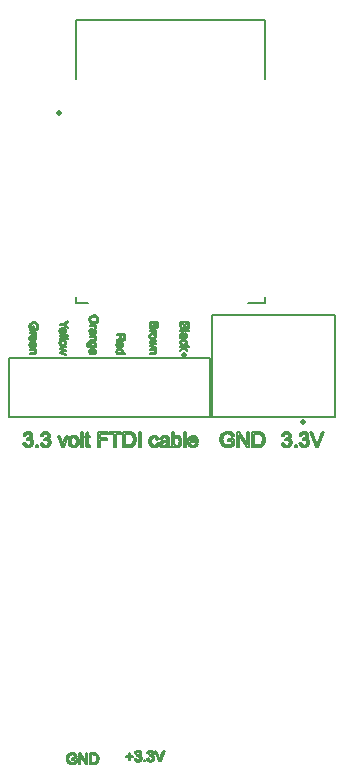
<source format=gto>
%FSLAX33Y33*%
%MOMM*%
%ADD10C,0.15*%
%ADD11C,0.5*%
%ADD12C,0.5*%
%ADD13C,0.5*%
%ADD14C,0.2032*%
D10*
%LNtop silkscreen_traces*%
%LNtop silkscreen component b36f02837b6dd331*%
G01*
X27916Y11896D02*
X27916Y3294D01*
X17514Y3294*
X17514Y11896*
X27916Y11896*
D11*
X25216Y2845D03*
%LNtop silkscreen component 3134cdede5e0ff57*%
D10*
X7000Y12924D02*
X6000Y12924D01*
X6000Y13424D02*
X6000Y12924D01*
X20500Y12924D02*
X22000Y12924D01*
X22000Y13424D02*
X22000Y12924D01*
X22000Y36924D02*
X6000Y36924D01*
X22000Y31924D02*
X22000Y36924D01*
X6000Y31924D02*
X6000Y36924D01*
D12*
X4550Y29024D03*
%LNtop silkscreen component c08336de5716e202*%
D10*
X17300Y8300D02*
X17300Y3300D01*
X17300Y8300D02*
X0300Y8300D01*
X0300Y3300*
X17300Y3300*
D13*
X15150Y8550D03*
%LNtext*%
D14*
X5701Y-26093D02*
X5701Y-26093D01*
X5750Y-26086*
X5798Y-26075*
X5845Y-26059*
X5892Y-26039*
X5938Y-26015*
X5983Y-25986*
X6028Y-25953*
X6028Y-25617*
X5644Y-25617*
X5644Y-25723*
X5911Y-25723*
X5911Y-25723*
X5911Y-25893*
X5911Y-25893*
X5889Y-25910*
X5889Y-25910*
X5863Y-25926*
X5863Y-25926*
X5833Y-25942*
X5833Y-25942*
X5798Y-25957*
X5798Y-25957*
X5761Y-25971*
X5760Y-25971*
X5723Y-25980*
X5723Y-25980*
X5684Y-25986*
X5684Y-25986*
X5645Y-25987*
X5645Y-25987*
X5601Y-25985*
X5601Y-25985*
X5558Y-25978*
X5558Y-25978*
X5516Y-25965*
X5516Y-25965*
X5475Y-25948*
X5475Y-25948*
X5437Y-25925*
X5437Y-25925*
X5405Y-25897*
X5404Y-25897*
X5376Y-25864*
X5376Y-25864*
X5353Y-25826*
X5353Y-25826*
X5335Y-25783*
X5335Y-25782*
X5322Y-25734*
X5322Y-25734*
X5314Y-25681*
X5314Y-25681*
X5311Y-25622*
X5311Y-25622*
X5313Y-25574*
X5313Y-25574*
X5320Y-25527*
X5320Y-25527*
X5331Y-25482*
X5331Y-25482*
X5346Y-25439*
X5346Y-25439*
X5357Y-25415*
X5357Y-25415*
X5370Y-25392*
X5370Y-25392*
X5386Y-25370*
X5386Y-25370*
X5403Y-25349*
X5403Y-25349*
X5423Y-25330*
X5423Y-25330*
X5446Y-25312*
X5446Y-25312*
X5472Y-25297*
X5472Y-25297*
X5501Y-25283*
X5501Y-25283*
X5532Y-25272*
X5532Y-25272*
X5566Y-25264*
X5566Y-25264*
X5603Y-25259*
X5604Y-25259*
X5643Y-25258*
X5643Y-25258*
X5677Y-25259*
X5677Y-25259*
X5709Y-25264*
X5709Y-25264*
X5740Y-25271*
X5740Y-25271*
X5769Y-25282*
X5769Y-25282*
X5795Y-25295*
X5795Y-25295*
X5819Y-25310*
X5819Y-25310*
X5839Y-25327*
X5839Y-25327*
X5856Y-25345*
X5856Y-25345*
X5870Y-25367*
X5870Y-25367*
X5884Y-25393*
X5884Y-25393*
X5896Y-25422*
X5896Y-25422*
X5907Y-25454*
X6014Y-25425*
X6001Y-25382*
X5985Y-25342*
X5967Y-25307*
X5946Y-25277*
X5921Y-25250*
X5892Y-25226*
X5858Y-25205*
X5821Y-25188*
X5780Y-25174*
X5737Y-25164*
X5691Y-25158*
X5643Y-25156*
X5577Y-25159*
X5515Y-25170*
X5457Y-25187*
X5403Y-25212*
X5354Y-25243*
X5311Y-25282*
X5274Y-25329*
X5244Y-25382*
X5219Y-25441*
X5202Y-25502*
X5192Y-25565*
X5188Y-25630*
X5192Y-25695*
X5202Y-25757*
X5219Y-25816*
X5244Y-25872*
X5275Y-25923*
X5313Y-25968*
X5358Y-26006*
X5409Y-26038*
X5465Y-26063*
X5524Y-26081*
X5587Y-26091*
X5652Y-26095*
X5701Y-26093*
X6920Y-25171D02*
X6920Y-25171D01*
X6806Y-25171*
X6806Y-25885*
X6805Y-25885*
X6328Y-25171*
X6205Y-25171*
X6205Y-26079*
X6319Y-26079*
X6319Y-25365*
X6320Y-25365*
X6798Y-26079*
X6920Y-26079*
X6920Y-25171*
X7491Y-26079D02*
X7491Y-26079D01*
X7529Y-26076*
X7564Y-26071*
X7597Y-26064*
X7628Y-26055*
X7656Y-26045*
X7682Y-26033*
X7705Y-26018*
X7727Y-26002*
X7748Y-25983*
X7769Y-25961*
X7788Y-25936*
X7806Y-25908*
X7822Y-25877*
X7837Y-25842*
X7850Y-25804*
X7860Y-25762*
X7868Y-25718*
X7873Y-25671*
X7874Y-25620*
X7872Y-25561*
X7865Y-25506*
X7854Y-25453*
X7838Y-25405*
X7818Y-25359*
X7794Y-25319*
X7765Y-25282*
X7731Y-25249*
X7702Y-25228*
X7670Y-25210*
X7635Y-25195*
X7598Y-25184*
X7567Y-25179*
X7530Y-25175*
X7486Y-25172*
X7436Y-25171*
X7124Y-25171*
X7124Y-26079*
X7451Y-26079*
X7491Y-26079*
X7243Y-25973D02*
X7243Y-25973D01*
X7437Y-25973*
X7480Y-25972*
X7518Y-25969*
X7550Y-25963*
X7578Y-25956*
X7603Y-25947*
X7624Y-25936*
X7644Y-25923*
X7660Y-25909*
X7680Y-25886*
X7698Y-25859*
X7714Y-25828*
X7727Y-25794*
X7737Y-25756*
X7745Y-25714*
X7749Y-25668*
X7751Y-25619*
X7748Y-25551*
X7739Y-25493*
X7724Y-25442*
X7704Y-25399*
X7679Y-25364*
X7652Y-25335*
X7622Y-25313*
X7590Y-25297*
X7562Y-25289*
X7527Y-25283*
X7484Y-25279*
X7434Y-25278*
X7243Y-25278*
X7243Y-25973*
X18904Y0744D02*
X18904Y0744D01*
X18972Y0753*
X19040Y0769*
X19106Y0791*
X19171Y0819*
X19236Y0853*
X19299Y0893*
X19362Y0939*
X19362Y1411*
X18824Y1410*
X18824Y1262*
X19198Y1262*
X19198Y1261*
X19198Y1024*
X19198Y1024*
X19168Y1000*
X19168Y1000*
X19131Y0977*
X19131Y0977*
X19089Y0955*
X19089Y0955*
X19040Y0934*
X19040Y0934*
X18987Y0915*
X18987Y0915*
X18934Y0902*
X18934Y0902*
X18880Y0894*
X18880Y0894*
X18826Y0892*
X18826Y0892*
X18764Y0895*
X18764Y0895*
X18703Y0906*
X18703Y0906*
X18645Y0923*
X18645Y0923*
X18588Y0947*
X18588Y0947*
X18535Y0979*
X18535Y0979*
X18489Y1018*
X18489Y1018*
X18450Y1064*
X18450Y1064*
X18417Y1118*
X18417Y1118*
X18391Y1179*
X18391Y1179*
X18373Y1246*
X18373Y1246*
X18362Y1321*
X18362Y1321*
X18358Y1403*
X18358Y1403*
X18361Y1471*
X18361Y1471*
X18370Y1536*
X18370Y1536*
X18386Y1599*
X18386Y1599*
X18407Y1659*
X18407Y1659*
X18423Y1693*
X18423Y1693*
X18441Y1725*
X18441Y1725*
X18463Y1756*
X18463Y1756*
X18487Y1785*
X18487Y1785*
X18515Y1812*
X18515Y1812*
X18547Y1837*
X18547Y1837*
X18583Y1859*
X18583Y1859*
X18623Y1878*
X18623Y1878*
X18667Y1893*
X18667Y1893*
X18715Y1904*
X18715Y1904*
X18767Y1911*
X18767Y1911*
X18823Y1913*
X18823Y1913*
X18870Y1911*
X18870Y1911*
X18915Y1904*
X18915Y1904*
X18958Y1894*
X18958Y1894*
X18999Y1879*
X18999Y1879*
X19036Y1861*
X19036Y1861*
X19069Y1840*
X19069Y1840*
X19097Y1817*
X19097Y1817*
X19120Y1790*
X19121Y1790*
X19141Y1760*
X19141Y1760*
X19160Y1724*
X19160Y1724*
X19177Y1683*
X19177Y1683*
X19192Y1638*
X19343Y1679*
X19324Y1740*
X19302Y1795*
X19276Y1844*
X19246Y1887*
X19212Y1925*
X19171Y1958*
X19124Y1987*
X19072Y2011*
X19014Y2031*
X18954Y2045*
X18890Y2053*
X18822Y2056*
X18730Y2051*
X18643Y2036*
X18562Y2012*
X18487Y1978*
X18418Y1934*
X18358Y1879*
X18306Y1814*
X18263Y1739*
X18229Y1657*
X18205Y1572*
X18190Y1484*
X18186Y1392*
X18190Y1301*
X18205Y1214*
X18230Y1131*
X18264Y1053*
X18307Y0982*
X18360Y0919*
X18423Y0866*
X18495Y0821*
X18574Y0786*
X18657Y0761*
X18744Y0746*
X18835Y0741*
X18904Y0744*
X20611Y2034D02*
X20611Y2034D01*
X20451Y2034*
X20451Y1035*
X20450Y1035*
X19781Y2034*
X19609Y2034*
X19609Y0763*
X19770Y0763*
X19770Y1763*
X19771Y1763*
X20439Y0763*
X20611Y0763*
X20611Y2034*
X21410Y0764D02*
X21410Y0764D01*
X21463Y0768*
X21512Y0775*
X21558Y0784*
X21601Y0796*
X21641Y0811*
X21677Y0828*
X21710Y0848*
X21741Y0871*
X21770Y0898*
X21799Y0929*
X21826Y0963*
X21851Y1002*
X21874Y1046*
X21894Y1095*
X21913Y1148*
X21927Y1206*
X21938Y1269*
X21944Y1335*
X21946Y1405*
X21943Y1488*
X21934Y1566*
X21918Y1639*
X21897Y1708*
X21868Y1771*
X21834Y1828*
X21793Y1879*
X21746Y1925*
X21705Y1955*
X21661Y1981*
X21612Y2001*
X21560Y2016*
X21516Y2024*
X21464Y2030*
X21403Y2033*
X21333Y2034*
X20895Y2034*
X20895Y0763*
X21354Y0763*
X21410Y0764*
X21063Y0912D02*
X21063Y0912D01*
X21335Y0912*
X21394Y0914*
X21447Y0918*
X21493Y0925*
X21532Y0936*
X21566Y0949*
X21597Y0964*
X21623Y0982*
X21647Y1002*
X21675Y1034*
X21700Y1072*
X21721Y1115*
X21740Y1163*
X21754Y1216*
X21765Y1275*
X21771Y1339*
X21773Y1408*
X21769Y1502*
X21757Y1584*
X21736Y1655*
X21708Y1715*
X21673Y1764*
X21635Y1804*
X21594Y1836*
X21548Y1858*
X21509Y1870*
X21460Y1878*
X21400Y1883*
X21331Y1885*
X21063Y1885*
X21063Y0912*
X1997Y0747D02*
X1997Y0747D01*
X2078Y0769*
X2151Y0805*
X2216Y0856*
X2269Y0917*
X2307Y0984*
X2329Y1058*
X2337Y1138*
X2333Y1197*
X2321Y1251*
X2302Y1299*
X2275Y1343*
X2240Y1380*
X2200Y1411*
X2153Y1434*
X2099Y1451*
X2099Y1452*
X2140Y1473*
X2176Y1499*
X2206Y1527*
X2230Y1559*
X2250Y1594*
X2263Y1631*
X2272Y1669*
X2275Y1709*
X2272Y1752*
X2263Y1793*
X2248Y1834*
X2228Y1873*
X2202Y1910*
X2172Y1942*
X2135Y1970*
X2094Y1995*
X2049Y2014*
X2003Y2028*
X1954Y2037*
X1903Y2039*
X1830Y2034*
X1764Y2018*
X1704Y1991*
X1650Y1953*
X1604Y1906*
X1567Y1849*
X1539Y1784*
X1520Y1710*
X1676Y1683*
X1687Y1736*
X1687Y1736*
X1704Y1783*
X1704Y1783*
X1726Y1822*
X1726Y1822*
X1754Y1855*
X1754Y1855*
X1786Y1880*
X1786Y1880*
X1822Y1898*
X1822Y1898*
X1862Y1908*
X1862Y1908*
X1906Y1912*
X1906Y1912*
X1950Y1908*
X1950Y1908*
X1990Y1898*
X1990Y1898*
X2025Y1880*
X2025Y1880*
X2057Y1855*
X2057Y1855*
X2082Y1825*
X2082Y1825*
X2100Y1791*
X2100Y1791*
X2111Y1754*
X2111Y1754*
X2115Y1713*
X2115Y1713*
X2110Y1662*
X2110Y1662*
X2095Y1618*
X2095Y1618*
X2070Y1581*
X2070Y1581*
X2035Y1552*
X2035Y1552*
X1994Y1529*
X1994Y1529*
X1950Y1512*
X1950Y1512*
X1904Y1503*
X1904Y1503*
X1855Y1499*
X1855Y1499*
X1850Y1500*
X1850Y1500*
X1844Y1500*
X1844Y1500*
X1837Y1500*
X1837Y1500*
X1830Y1501*
X1813Y1365*
X1844Y1373*
X1844Y1373*
X1873Y1378*
X1873Y1378*
X1899Y1381*
X1899Y1381*
X1923Y1382*
X1923Y1382*
X1975Y1378*
X1975Y1378*
X2022Y1365*
X2022Y1365*
X2064Y1343*
X2064Y1343*
X2102Y1312*
X2102Y1312*
X2133Y1275*
X2133Y1275*
X2155Y1233*
X2155Y1233*
X2168Y1186*
X2168Y1186*
X2172Y1134*
X2172Y1134*
X2167Y1080*
X2167Y1080*
X2153Y1031*
X2153Y1030*
X2129Y0985*
X2129Y0985*
X2096Y0945*
X2096Y0945*
X2056Y0911*
X2056Y0911*
X2011Y0887*
X2011Y0887*
X1963Y0873*
X1963Y0873*
X1910Y0868*
X1910Y0868*
X1865Y0872*
X1865Y0872*
X1824Y0883*
X1824Y0883*
X1786Y0901*
X1786Y0901*
X1752Y0927*
X1752Y0927*
X1722Y0961*
X1722Y0961*
X1696Y1004*
X1696Y1004*
X1676Y1057*
X1676Y1057*
X1660Y1118*
X1505Y1098*
X1518Y1022*
X1544Y0954*
X1581Y0893*
X1631Y0840*
X1690Y0796*
X1756Y0765*
X1829Y0746*
X1909Y0740*
X1997Y0747*
X2757Y0939D02*
X2757Y0939D01*
X2580Y0939*
X2580Y0763*
X2757Y0763*
X2757Y0939*
X3480Y0747D02*
X3480Y0747D01*
X3561Y0769*
X3634Y0805*
X3698Y0856*
X3752Y0917*
X3790Y0984*
X3812Y1058*
X3820Y1138*
X3816Y1197*
X3804Y1251*
X3785Y1299*
X3757Y1343*
X3723Y1380*
X3683Y1411*
X3636Y1434*
X3582Y1451*
X3582Y1452*
X3623Y1473*
X3658Y1499*
X3688Y1527*
X3713Y1559*
X3733Y1594*
X3746Y1631*
X3755Y1669*
X3757Y1709*
X3754Y1752*
X3746Y1793*
X3731Y1834*
X3711Y1873*
X3685Y1910*
X3654Y1942*
X3618Y1970*
X3577Y1995*
X3532Y2014*
X3485Y2028*
X3436Y2037*
X3385Y2039*
X3313Y2034*
X3247Y2018*
X3187Y1991*
X3133Y1953*
X3087Y1906*
X3050Y1849*
X3022Y1784*
X3003Y1710*
X3158Y1683*
X3170Y1736*
X3170Y1736*
X3187Y1783*
X3187Y1783*
X3209Y1822*
X3209Y1822*
X3237Y1855*
X3237Y1855*
X3269Y1880*
X3269Y1880*
X3305Y1898*
X3305Y1898*
X3345Y1908*
X3345Y1908*
X3389Y1912*
X3389Y1912*
X3433Y1908*
X3433Y1908*
X3473Y1898*
X3473Y1898*
X3508Y1880*
X3508Y1880*
X3539Y1855*
X3539Y1855*
X3565Y1825*
X3565Y1825*
X3583Y1791*
X3583Y1791*
X3594Y1754*
X3594Y1754*
X3598Y1713*
X3598Y1713*
X3593Y1662*
X3593Y1662*
X3578Y1618*
X3578Y1618*
X3553Y1581*
X3553Y1581*
X3518Y1552*
X3518Y1552*
X3476Y1529*
X3476Y1529*
X3433Y1512*
X3433Y1512*
X3386Y1503*
X3386Y1503*
X3338Y1499*
X3338Y1499*
X3333Y1500*
X3333Y1500*
X3327Y1500*
X3327Y1500*
X3320Y1500*
X3320Y1500*
X3313Y1501*
X3296Y1365*
X3327Y1373*
X3327Y1373*
X3356Y1378*
X3356Y1378*
X3382Y1381*
X3382Y1381*
X3405Y1382*
X3405Y1382*
X3457Y1378*
X3457Y1378*
X3505Y1365*
X3505Y1365*
X3547Y1343*
X3547Y1343*
X3585Y1312*
X3585Y1312*
X3615Y1275*
X3615Y1275*
X3637Y1233*
X3637Y1233*
X3651Y1186*
X3651Y1186*
X3655Y1134*
X3655Y1134*
X3650Y1080*
X3650Y1080*
X3636Y1031*
X3636Y1030*
X3612Y0985*
X3612Y0985*
X3579Y0945*
X3579Y0945*
X3539Y0911*
X3539Y0911*
X3494Y0887*
X3494Y0887*
X3445Y0873*
X3445Y0873*
X3392Y0868*
X3392Y0868*
X3348Y0872*
X3348Y0872*
X3306Y0883*
X3306Y0883*
X3269Y0901*
X3269Y0901*
X3234Y0927*
X3234Y0927*
X3204Y0961*
X3204Y0961*
X3179Y1004*
X3179Y1004*
X3159Y1057*
X3159Y1057*
X3143Y1118*
X2988Y1098*
X3001Y1022*
X3027Y0954*
X3064Y0893*
X3114Y0840*
X3172Y0796*
X3238Y0765*
X3311Y0746*
X3392Y0740*
X3480Y0747*
X5263Y1683D02*
X5263Y1683D01*
X5103Y1683*
X4898Y1121*
X4881Y1072*
X4865Y1026*
X4852Y0984*
X4840Y0946*
X4839Y0946*
X4825Y0994*
X4811Y1041*
X4796Y1087*
X4780Y1132*
X4582Y1683*
X4418Y1683*
X4769Y0763*
X4914Y0763*
X5263Y1683*
X5835Y0745D02*
X5835Y0745D01*
X5891Y0756*
X5946Y0773*
X5998Y0798*
X6046Y0829*
X6088Y0866*
X6123Y0908*
X6153Y0956*
X6177Y1012*
X6193Y1077*
X6203Y1152*
X6207Y1236*
X6199Y1340*
X6176Y1432*
X6139Y1512*
X6086Y1580*
X6021Y1634*
X5948Y1673*
X5866Y1697*
X5776Y1704*
X5693Y1698*
X5618Y1679*
X5549Y1647*
X5486Y1602*
X5424Y1532*
X5379Y1446*
X5353Y1343*
X5344Y1223*
X5351Y1113*
X5374Y1017*
X5411Y0934*
X5463Y0866*
X5527Y0811*
X5601Y0773*
X5683Y0749*
X5776Y0742*
X5835Y0745*
X5504Y1223D02*
X5504Y1223D01*
X5509Y1140*
X5523Y1068*
X5547Y1007*
X5581Y0958*
X5622Y0919*
X5668Y0892*
X5719Y0875*
X5776Y0870*
X5831Y0875*
X5882Y0892*
X5928Y0919*
X5969Y0958*
X6003Y1008*
X6027Y1070*
X6042Y1143*
X6046Y1228*
X6042Y1309*
X6027Y1379*
X6003Y1438*
X5969Y1487*
X5927Y1526*
X5882Y1553*
X5831Y1570*
X5776Y1575*
X5719Y1570*
X5668Y1554*
X5622Y1526*
X5581Y1488*
X5547Y1438*
X5523Y1378*
X5509Y1306*
X5504Y1223*
X6543Y2034D02*
X6543Y2034D01*
X6387Y2034*
X6387Y0763*
X6543Y0763*
X6543Y2034*
X7058Y0751D02*
X7058Y0751D01*
X7086Y0754*
X7117Y0758*
X7148Y0764*
X7126Y0901*
X7106Y0899*
X7106Y0899*
X7088Y0897*
X7088Y0897*
X7072Y0896*
X7072Y0896*
X7058Y0895*
X7058Y0895*
X7041Y0896*
X7041Y0896*
X7027Y0898*
X7027Y0898*
X7015Y0902*
X7015Y0902*
X7004Y0907*
X7004Y0907*
X6995Y0913*
X6995Y0913*
X6988Y0920*
X6988Y0920*
X6982Y0928*
X6982Y0928*
X6977Y0937*
X6977Y0937*
X6973Y0950*
X6973Y0950*
X6971Y0968*
X6971Y0968*
X6969Y0993*
X6969Y0993*
X6969Y1023*
X6969Y1023*
X6969Y1563*
X6969Y1563*
X7126Y1563*
X7126Y1683*
X6969Y1683*
X6969Y1684*
X6969Y2005*
X6814Y1912*
X6814Y1684*
X6814Y1683*
X6700Y1683*
X6700Y1563*
X6814Y1563*
X6814Y1563*
X6814Y1032*
X6816Y0968*
X6819Y0916*
X6825Y0876*
X6833Y0848*
X6845Y0827*
X6859Y0808*
X6878Y0792*
X6899Y0777*
X6925Y0765*
X6955Y0757*
X6991Y0752*
X7031Y0750*
X7058Y0751*
X7970Y1340D02*
X7970Y1340D01*
X7970Y1341*
X8567Y1341*
X8567Y1490*
X7970Y1490*
X7970Y1490*
X7970Y1885*
X7970Y1885*
X8660Y1885*
X8660Y2034*
X7802Y2034*
X7802Y0763*
X7970Y0763*
X7970Y1340*
X9371Y1885D02*
X9371Y1885D01*
X9371Y1885*
X9792Y1885*
X9792Y2034*
X8784Y2034*
X8784Y1885*
X9203Y1885*
X9203Y1885*
X9203Y0763*
X9371Y0763*
X9371Y1885*
X10480Y0764D02*
X10480Y0764D01*
X10533Y0768*
X10583Y0775*
X10629Y0784*
X10672Y0796*
X10711Y0811*
X10747Y0828*
X10781Y0848*
X10811Y0871*
X10841Y0898*
X10869Y0929*
X10896Y0963*
X10922Y1002*
X10944Y1046*
X10965Y1095*
X10983Y1148*
X10998Y1206*
X11008Y1269*
X11015Y1335*
X11017Y1405*
X11014Y1488*
X11004Y1566*
X10989Y1639*
X10967Y1708*
X10939Y1771*
X10904Y1828*
X10864Y1879*
X10816Y1925*
X10776Y1955*
X10731Y1981*
X10683Y2001*
X10630Y2016*
X10587Y2024*
X10534Y2030*
X10473Y2033*
X10404Y2034*
X9966Y2034*
X9966Y0763*
X10424Y0763*
X10480Y0764*
X10134Y0912D02*
X10134Y0912D01*
X10405Y0912*
X10465Y0914*
X10518Y0918*
X10564Y0925*
X10603Y0936*
X10637Y0949*
X10667Y0964*
X10694Y0982*
X10717Y1002*
X10745Y1034*
X10770Y1072*
X10792Y1115*
X10810Y1163*
X10825Y1216*
X10835Y1275*
X10842Y1339*
X10844Y1408*
X10840Y1502*
X10827Y1584*
X10807Y1655*
X10778Y1715*
X10744Y1764*
X10706Y1804*
X10664Y1836*
X10619Y1858*
X10580Y1870*
X10531Y1878*
X10471Y1883*
X10401Y1885*
X10134Y1885*
X10134Y0912*
X11446Y2034D02*
X11446Y2034D01*
X11278Y2034*
X11278Y0763*
X11446Y0763*
X11446Y2034*
X12661Y0747D02*
X12661Y0747D01*
X12728Y0764*
X12788Y0792*
X12843Y0831*
X12890Y0881*
X12927Y0938*
X12954Y1005*
X12972Y1079*
X12819Y1099*
X12808Y1045*
X12808Y1045*
X12791Y0998*
X12791Y0997*
X12769Y0958*
X12769Y0958*
X12741Y0926*
X12741Y0926*
X12708Y0901*
X12708Y0901*
X12672Y0883*
X12672Y0883*
X12631Y0873*
X12631Y0873*
X12587Y0869*
X12587Y0869*
X12532Y0874*
X12532Y0874*
X12483Y0890*
X12483Y0890*
X12439Y0917*
X12439Y0917*
X12401Y0954*
X12401Y0954*
X12370Y1002*
X12370Y1002*
X12347Y1063*
X12347Y1063*
X12334Y1137*
X12334Y1137*
X12330Y1224*
X12330Y1224*
X12334Y1309*
X12334Y1309*
X12348Y1383*
X12348Y1383*
X12371Y1443*
X12371Y1443*
X12403Y1492*
X12403Y1492*
X12443Y1529*
X12443Y1529*
X12488Y1556*
X12488Y1556*
X12539Y1572*
X12539Y1572*
X12596Y1577*
X12596Y1577*
X12633Y1574*
X12633Y1574*
X12668Y1565*
X12668Y1565*
X12700Y1550*
X12700Y1550*
X12729Y1530*
X12729Y1530*
X12755Y1503*
X12755Y1503*
X12776Y1471*
X12776Y1471*
X12793Y1433*
X12793Y1433*
X12806Y1390*
X12957Y1414*
X12939Y1479*
X12913Y1537*
X12878Y1587*
X12835Y1628*
X12784Y1662*
X12726Y1685*
X12661Y1700*
X12590Y1704*
X12531Y1701*
X12475Y1690*
X12421Y1673*
X12370Y1648*
X12322Y1617*
X12282Y1578*
X12247Y1533*
X12219Y1481*
X12198Y1422*
X12182Y1359*
X12173Y1292*
X12170Y1220*
X12177Y1111*
X12199Y1016*
X12235Y0934*
X12285Y0865*
X12347Y0811*
X12418Y0773*
X12499Y0749*
X12589Y0742*
X12661Y0747*
X13414Y0744D02*
X13414Y0744D01*
X13457Y0749*
X13500Y0759*
X13541Y0772*
X13581Y0790*
X13622Y0813*
X13665Y0842*
X13708Y0876*
X13708Y0876*
X13713Y0844*
X13720Y0815*
X13729Y0788*
X13739Y0763*
X13901Y0763*
X13888Y0789*
X13888Y0789*
X13877Y0816*
X13877Y0816*
X13869Y0844*
X13869Y0844*
X13862Y0873*
X13862Y0873*
X13858Y0912*
X13858Y0912*
X13855Y0970*
X13855Y0970*
X13853Y1049*
X13853Y1049*
X13852Y1148*
X13852Y1148*
X13852Y1357*
X13852Y1405*
X13850Y1445*
X13848Y1477*
X13845Y1501*
X13836Y1531*
X13825Y1559*
X13812Y1584*
X13796Y1607*
X13776Y1627*
X13752Y1645*
X13722Y1662*
X13688Y1677*
X13648Y1689*
X13603Y1697*
X13552Y1703*
X13496Y1704*
X13438Y1702*
X13384Y1696*
X13334Y1686*
X13287Y1672*
X13245Y1654*
X13207Y1632*
X13176Y1607*
X13149Y1579*
X13127Y1547*
X13108Y1509*
X13093Y1467*
X13081Y1421*
X13233Y1401*
X13247Y1446*
X13247Y1446*
X13265Y1484*
X13265Y1484*
X13286Y1514*
X13286Y1514*
X13310Y1537*
X13310Y1537*
X13340Y1554*
X13340Y1554*
X13377Y1566*
X13378Y1566*
X13422Y1574*
X13422Y1574*
X13473Y1576*
X13473Y1576*
X13529Y1573*
X13529Y1573*
X13577Y1563*
X13577Y1563*
X13618Y1546*
X13618Y1546*
X13652Y1523*
X13652Y1523*
X13671Y1500*
X13671Y1500*
X13685Y1470*
X13685Y1469*
X13693Y1432*
X13693Y1432*
X13696Y1388*
X13696Y1388*
X13696Y1382*
X13696Y1382*
X13696Y1373*
X13696Y1373*
X13696Y1362*
X13696Y1362*
X13695Y1347*
X13695Y1347*
X13644Y1332*
X13644Y1332*
X13581Y1318*
X13581Y1318*
X13505Y1305*
X13505Y1305*
X13416Y1293*
X13416Y1293*
X13373Y1287*
X13335Y1281*
X13303Y1275*
X13277Y1269*
X13247Y1260*
X13218Y1248*
X13191Y1234*
X13165Y1218*
X13141Y1200*
X13120Y1179*
X13101Y1155*
X13085Y1129*
X13071Y1100*
X13061Y1070*
X13056Y1038*
X13054Y1005*
X13059Y0950*
X13074Y0900*
X13100Y0855*
X13135Y0816*
X13180Y0783*
X13234Y0760*
X13297Y0746*
X13368Y0742*
X13414Y0744*
X13695Y1225D02*
X13695Y1225D01*
X13647Y1208*
X13588Y1193*
X13519Y1179*
X13440Y1166*
X13395Y1159*
X13357Y1151*
X13327Y1143*
X13303Y1134*
X13284Y1125*
X13268Y1113*
X13254Y1099*
X13242Y1084*
X13232Y1066*
X13225Y1048*
X13221Y1029*
X13220Y1009*
X13223Y0979*
X13232Y0952*
X13247Y0927*
X13267Y0905*
X13294Y0887*
X13326Y0874*
X13363Y0866*
X13406Y0864*
X13450Y0866*
X13491Y0873*
X13530Y0886*
X13566Y0903*
X13599Y0925*
X13627Y0950*
X13651Y0979*
X13670Y1011*
X13681Y1041*
X13689Y1077*
X13693Y1119*
X13695Y1167*
X13695Y1225*
X14574Y0750D02*
X14574Y0750D01*
X14647Y0774*
X14715Y0814*
X14776Y0871*
X14827Y0942*
X14864Y1027*
X14886Y1125*
X14893Y1237*
X14892Y1286*
X14886Y1334*
X14878Y1380*
X14866Y1424*
X14850Y1466*
X14832Y1505*
X14812Y1541*
X14789Y1574*
X14763Y1603*
X14733Y1629*
X14700Y1651*
X14664Y1670*
X14625Y1685*
X14586Y1696*
X14545Y1702*
X14503Y1704*
X14430Y1697*
X14363Y1673*
X14304Y1635*
X14251Y1580*
X14250Y1580*
X14250Y2034*
X14095Y2034*
X14095Y0763*
X14239Y0763*
X14239Y0878*
X14239Y0878*
X14290Y0818*
X14350Y0776*
X14418Y0750*
X14495Y0742*
X14574Y0750*
X14237Y1230D02*
X14237Y1230D01*
X14240Y1153*
X14249Y1087*
X14263Y1033*
X14283Y0990*
X14323Y0938*
X14369Y0900*
X14423Y0877*
X14482Y0870*
X14532Y0875*
X14578Y0892*
X14620Y0920*
X14659Y0959*
X14692Y1009*
X14715Y1069*
X14729Y1141*
X14734Y1224*
X14730Y1308*
X14716Y1381*
X14694Y1442*
X14662Y1490*
X14625Y1528*
X14583Y1555*
X14538Y1571*
X14489Y1576*
X14440Y1571*
X14394Y1554*
X14351Y1526*
X14312Y1487*
X14279Y1438*
X14256Y1379*
X14242Y1309*
X14237Y1230*
X15236Y2034D02*
X15236Y2034D01*
X15081Y2034*
X15081Y0763*
X15236Y0763*
X15236Y2034*
X15943Y0747D02*
X15943Y0747D01*
X16012Y0761*
X16075Y0786*
X16130Y0820*
X16177Y0863*
X16217Y0914*
X16248Y0972*
X16271Y1039*
X16110Y1058*
X16091Y1013*
X16091Y1013*
X16069Y0973*
X16069Y0973*
X16043Y0940*
X16043Y0940*
X16014Y0914*
X16014Y0914*
X15982Y0895*
X15982Y0895*
X15947Y0880*
X15947Y0880*
X15908Y0872*
X15908Y0872*
X15867Y0869*
X15867Y0869*
X15812Y0874*
X15811Y0874*
X15761Y0889*
X15761Y0889*
X15715Y0915*
X15715Y0915*
X15674Y0950*
X15674Y0950*
X15639Y0995*
X15639Y0995*
X15614Y1049*
X15614Y1049*
X15596Y1111*
X15596Y1111*
X15588Y1183*
X15588Y1184*
X16275Y1184*
X16276Y1196*
X16276Y1207*
X16276Y1217*
X16276Y1225*
X16269Y1332*
X16247Y1427*
X16210Y1509*
X16159Y1579*
X16096Y1634*
X16025Y1673*
X15946Y1696*
X15857Y1704*
X15766Y1696*
X15684Y1672*
X15611Y1632*
X15547Y1576*
X15495Y1505*
X15457Y1422*
X15435Y1325*
X15427Y1215*
X15435Y1109*
X15457Y1016*
X15494Y0935*
X15546Y0866*
X15610Y0812*
X15685Y0773*
X15770Y0749*
X15866Y0742*
X15943Y0747*
X15597Y1312D02*
X15597Y1312D01*
X16112Y1312*
X16104Y1366*
X16092Y1413*
X16075Y1453*
X16053Y1486*
X16013Y1526*
X15967Y1554*
X15916Y1571*
X15859Y1576*
X15807Y1572*
X15760Y1558*
X15717Y1536*
X15678Y1504*
X15646Y1465*
X15621Y1420*
X15605Y1369*
X15597Y1312*
X14809Y10989D02*
X14809Y10989D01*
X14812Y10959*
X14816Y10931*
X14821Y10906*
X14828Y10883*
X14836Y10862*
X14846Y10843*
X14857Y10826*
X14870Y10811*
X14885Y10797*
X14904Y10784*
X14924Y10773*
X14947Y10764*
X14970Y10757*
X14994Y10753*
X15019Y10751*
X15050Y10754*
X15078Y10760*
X15105Y10771*
X15129Y10787*
X15150Y10806*
X15169Y10830*
X15183Y10857*
X15195Y10888*
X15195Y10888*
X15209Y10864*
X15225Y10844*
X15242Y10826*
X15262Y10812*
X15283Y10801*
X15304Y10793*
X15327Y10788*
X15349Y10787*
X15374Y10788*
X15398Y10794*
X15422Y10803*
X15445Y10815*
X15467Y10831*
X15485Y10849*
X15500Y10870*
X15513Y10894*
X15523Y10921*
X15529Y10952*
X15534Y10988*
X15535Y11027*
X15535Y11300*
X14809Y11300*
X14809Y11023*
X14809Y10989*
X15230Y11204D02*
X15230Y11204D01*
X15230Y11047*
X15230Y11017*
X15232Y10992*
X15235Y10971*
X15238Y10955*
X15245Y10938*
X15253Y10923*
X15263Y10910*
X15275Y10899*
X15288Y10891*
X15303Y10886*
X15320Y10882*
X15338Y10881*
X15356Y10882*
X15372Y10885*
X15387Y10891*
X15402Y10898*
X15414Y10908*
X15425Y10919*
X15433Y10933*
X15439Y10948*
X15444Y10967*
X15447Y10992*
X15449Y11022*
X15450Y11058*
X15450Y11204*
X15230Y11204*
X14894Y11204D02*
X14894Y11204D01*
X14894Y11023*
X14894Y11001*
X14895Y10983*
X14896Y10968*
X14897Y10957*
X14901Y10941*
X14905Y10927*
X14911Y10914*
X14917Y10902*
X14925Y10891*
X14934Y10881*
X14945Y10873*
X14958Y10865*
X14972Y10859*
X14986Y10854*
X15002Y10852*
X15019Y10851*
X15039Y10852*
X15057Y10856*
X15074Y10862*
X15090Y10871*
X15104Y10883*
X15115Y10896*
X15125Y10912*
X15132Y10929*
X15137Y10950*
X15141Y10974*
X15143Y11003*
X15144Y11036*
X15144Y11204*
X14894Y11204*
X15535Y10543D02*
X15535Y10543D01*
X15535Y10631*
X14809Y10631*
X14809Y10543*
X15535Y10543*
X14798Y10228D02*
X14798Y10228D01*
X14801Y10204*
X14807Y10179*
X14814Y10156*
X14824Y10133*
X14838Y10109*
X14854Y10085*
X14874Y10060*
X14874Y10060*
X14855Y10057*
X14838Y10053*
X14823Y10048*
X14809Y10042*
X14809Y9950*
X14823Y9957*
X14823Y9957*
X14839Y9964*
X14839Y9964*
X14855Y9969*
X14855Y9969*
X14871Y9972*
X14871Y9972*
X14894Y9975*
X14894Y9975*
X14927Y9977*
X14927Y9977*
X14972Y9978*
X14972Y9978*
X15029Y9978*
X15029Y9978*
X15148Y9978*
X15175Y9978*
X15198Y9979*
X15217Y9981*
X15230Y9982*
X15248Y9987*
X15264Y9993*
X15278Y10001*
X15291Y10010*
X15302Y10021*
X15313Y10035*
X15322Y10052*
X15331Y10072*
X15338Y10095*
X15342Y10120*
X15345Y10149*
X15346Y10181*
X15345Y10214*
X15342Y10245*
X15336Y10274*
X15328Y10301*
X15318Y10325*
X15305Y10346*
X15291Y10364*
X15275Y10379*
X15256Y10392*
X15235Y10403*
X15211Y10412*
X15185Y10418*
X15173Y10332*
X15199Y10324*
X15199Y10324*
X15221Y10314*
X15221Y10314*
X15238Y10302*
X15238Y10302*
X15251Y10288*
X15251Y10288*
X15261Y10270*
X15261Y10270*
X15268Y10249*
X15268Y10249*
X15272Y10224*
X15272Y10224*
X15274Y10194*
X15274Y10194*
X15272Y10163*
X15272Y10163*
X15266Y10135*
X15266Y10135*
X15256Y10112*
X15256Y10112*
X15243Y10092*
X15243Y10092*
X15230Y10081*
X15230Y10081*
X15213Y10073*
X15213Y10073*
X15191Y10068*
X15191Y10068*
X15166Y10067*
X15166Y10067*
X15163Y10067*
X15163Y10067*
X15158Y10067*
X15158Y10067*
X15151Y10067*
X15151Y10067*
X15142Y10067*
X15142Y10067*
X15133Y10097*
X15133Y10097*
X15125Y10133*
X15125Y10133*
X15118Y10176*
X15118Y10176*
X15111Y10227*
X15111Y10227*
X15108Y10252*
X15105Y10273*
X15101Y10291*
X15098Y10306*
X15092Y10324*
X15086Y10340*
X15078Y10356*
X15069Y10370*
X15058Y10384*
X15046Y10396*
X15033Y10407*
X15018Y10416*
X15001Y10424*
X14984Y10430*
X14966Y10433*
X14947Y10434*
X14916Y10431*
X14887Y10422*
X14862Y10408*
X14839Y10387*
X14821Y10362*
X14807Y10331*
X14799Y10295*
X14797Y10254*
X14798Y10228*
X15073Y10068D02*
X15073Y10068D01*
X15063Y10095*
X15054Y10129*
X15046Y10168*
X15039Y10214*
X15035Y10239*
X15030Y10261*
X15026Y10278*
X15021Y10292*
X15015Y10302*
X15009Y10312*
X15001Y10320*
X14992Y10327*
X14982Y10332*
X14972Y10336*
X14961Y10338*
X14950Y10339*
X14932Y10337*
X14917Y10332*
X14903Y10324*
X14890Y10312*
X14880Y10297*
X14872Y10279*
X14868Y10257*
X14866Y10233*
X14868Y10208*
X14872Y10184*
X14879Y10162*
X14889Y10141*
X14901Y10122*
X14916Y10106*
X14932Y10093*
X14951Y10082*
X14968Y10076*
X14988Y10071*
X15012Y10069*
X15040Y10068*
X15073Y10068*
X14800Y9585D02*
X14800Y9585D01*
X14810Y9547*
X14826Y9513*
X14848Y9481*
X14876Y9455*
X14909Y9434*
X14947Y9418*
X14989Y9408*
X15001Y9495*
X14970Y9501*
X14970Y9501*
X14943Y9511*
X14943Y9511*
X14920Y9524*
X14920Y9524*
X14902Y9540*
X14902Y9540*
X14887Y9558*
X14887Y9558*
X14877Y9579*
X14877Y9579*
X14871Y9602*
X14871Y9602*
X14869Y9628*
X14869Y9628*
X14872Y9659*
X14872Y9659*
X14881Y9687*
X14881Y9687*
X14896Y9712*
X14896Y9712*
X14917Y9734*
X14918Y9734*
X14945Y9752*
X14945Y9752*
X14980Y9765*
X14980Y9765*
X15023Y9773*
X15023Y9773*
X15072Y9775*
X15072Y9775*
X15121Y9772*
X15121Y9772*
X15163Y9765*
X15163Y9765*
X15198Y9751*
X15198Y9751*
X15225Y9733*
X15226Y9733*
X15247Y9710*
X15247Y9710*
X15262Y9684*
X15262Y9684*
X15271Y9655*
X15271Y9655*
X15274Y9623*
X15274Y9623*
X15272Y9601*
X15272Y9601*
X15267Y9581*
X15267Y9581*
X15259Y9563*
X15259Y9563*
X15247Y9546*
X15247Y9546*
X15232Y9532*
X15232Y9532*
X15214Y9519*
X15214Y9519*
X15192Y9510*
X15192Y9510*
X15167Y9502*
X15181Y9417*
X15218Y9427*
X15251Y9442*
X15279Y9461*
X15303Y9486*
X15322Y9515*
X15336Y9548*
X15344Y9585*
X15346Y9626*
X15344Y9660*
X15338Y9692*
X15328Y9722*
X15315Y9752*
X15297Y9779*
X15275Y9802*
X15249Y9822*
X15219Y9838*
X15185Y9850*
X15150Y9859*
X15111Y9864*
X15070Y9866*
X15008Y9862*
X14953Y9849*
X14906Y9829*
X14867Y9800*
X14836Y9765*
X14814Y9724*
X14801Y9678*
X14797Y9627*
X14800Y9585*
X15139Y9116D02*
X15139Y9116D01*
X15140Y9116*
X15335Y8916*
X15335Y9030*
X15120Y9241*
X15120Y9242*
X15535Y9242*
X15535Y9330*
X14809Y9330*
X14809Y9242*
X15017Y9242*
X15017Y9242*
X15078Y9178*
X15078Y9178*
X14809Y9004*
X14809Y8895*
X15139Y9116*
X9721Y10248D02*
X9721Y10248D01*
X9721Y10248*
X9721Y10136*
X9721Y10136*
X9721Y10119*
X9721Y10119*
X9721Y10104*
X9721Y10104*
X9720Y10092*
X9720Y10092*
X9718Y10082*
X9718Y10082*
X9715Y10071*
X9715Y10071*
X9710Y10060*
X9710Y10060*
X9705Y10049*
X9705Y10049*
X9699Y10038*
X9699Y10038*
X9690Y10027*
X9690Y10027*
X9679Y10015*
X9679Y10015*
X9666Y10002*
X9666Y10002*
X9650Y9989*
X9650Y9989*
X9631Y9975*
X9631Y9975*
X9607Y9958*
X9607Y9958*
X9580Y9940*
X9580Y9940*
X9550Y9920*
X9550Y9920*
X9399Y9824*
X9399Y9704*
X9596Y9830*
X9623Y9849*
X9649Y9869*
X9672Y9889*
X9692Y9910*
X9701Y9921*
X9710Y9934*
X9719Y9950*
X9729Y9968*
X9729Y9968*
X9739Y9918*
X9753Y9876*
X9773Y9841*
X9797Y9813*
X9825Y9791*
X9856Y9775*
X9890Y9766*
X9927Y9763*
X9956Y9765*
X9984Y9770*
X10011Y9780*
X10036Y9793*
X10059Y9809*
X10078Y9828*
X10094Y9850*
X10105Y9874*
X10114Y9902*
X10120Y9936*
X10124Y9976*
X10125Y10021*
X10125Y10343*
X9399Y10343*
X9399Y10248*
X9721Y10248*
X9804Y10248D02*
X9804Y10248D01*
X9804Y10041*
X9805Y10009*
X9808Y9982*
X9812Y9958*
X9818Y9937*
X9826Y9920*
X9836Y9905*
X9848Y9892*
X9862Y9881*
X9877Y9872*
X9893Y9866*
X9910Y9863*
X9927Y9862*
X9951Y9864*
X9974Y9871*
X9994Y9883*
X10012Y9899*
X10026Y9920*
X10037Y9947*
X10043Y9980*
X10045Y10017*
X10045Y10248*
X9804Y10248*
X9389Y9358D02*
X9389Y9358D01*
X9398Y9318*
X9412Y9283*
X9431Y9251*
X9456Y9224*
X9485Y9202*
X9518Y9184*
X9556Y9171*
X9567Y9262*
X9541Y9273*
X9541Y9273*
X9519Y9286*
X9518Y9286*
X9500Y9301*
X9500Y9301*
X9485Y9317*
X9485Y9317*
X9474Y9335*
X9474Y9335*
X9465Y9356*
X9465Y9356*
X9461Y9377*
X9461Y9377*
X9459Y9401*
X9459Y9401*
X9462Y9433*
X9462Y9433*
X9471Y9462*
X9471Y9462*
X9485Y9488*
X9485Y9488*
X9505Y9512*
X9505Y9512*
X9531Y9531*
X9531Y9531*
X9562Y9546*
X9562Y9546*
X9598Y9556*
X9598Y9556*
X9639Y9561*
X9639Y9561*
X9639Y9168*
X9646Y9168*
X9653Y9168*
X9658Y9168*
X9662Y9168*
X9724Y9172*
X9778Y9184*
X9825Y9205*
X9864Y9234*
X9896Y9270*
X9918Y9311*
X9932Y9356*
X9936Y9407*
X9932Y9459*
X9918Y9505*
X9895Y9547*
X9863Y9584*
X9823Y9614*
X9775Y9635*
X9720Y9648*
X9657Y9652*
X9596Y9648*
X9543Y9635*
X9497Y9614*
X9458Y9585*
X9427Y9548*
X9404Y9505*
X9391Y9456*
X9387Y9402*
X9389Y9358*
X9712Y9555D02*
X9712Y9555D01*
X9712Y9261*
X9743Y9266*
X9770Y9273*
X9793Y9282*
X9812Y9295*
X9834Y9318*
X9850Y9344*
X9860Y9373*
X9863Y9406*
X9861Y9435*
X9853Y9462*
X9840Y9487*
X9822Y9509*
X9800Y9528*
X9774Y9542*
X9745Y9551*
X9712Y9555*
X9391Y8818D02*
X9391Y8818D01*
X9406Y8778*
X9431Y8744*
X9465Y8716*
X9465Y8716*
X9399Y8716*
X9399Y8634*
X10125Y8634*
X10125Y8722*
X9864Y8722*
X9864Y8722*
X9879Y8735*
X9893Y8749*
X9905Y8765*
X9916Y8783*
X9925Y8802*
X9931Y8822*
X9935Y8844*
X9936Y8867*
X9934Y8899*
X9928Y8929*
X9917Y8958*
X9902Y8985*
X9883Y9009*
X9860Y9031*
X9834Y9049*
X9804Y9063*
X9771Y9075*
X9736Y9083*
X9699Y9088*
X9661Y9090*
X9622Y9088*
X9585Y9082*
X9550Y9073*
X9518Y9061*
X9489Y9045*
X9463Y9026*
X9440Y9004*
X9421Y8979*
X9406Y8952*
X9395Y8924*
X9389Y8894*
X9387Y8863*
X9391Y8818*
X9661Y8998D02*
X9661Y8998D01*
X9614Y8996*
X9573Y8988*
X9538Y8974*
X9510Y8956*
X9488Y8933*
X9472Y8909*
X9463Y8883*
X9460Y8855*
X9463Y8827*
X9471Y8801*
X9486Y8777*
X9507Y8756*
X9534Y8738*
X9568Y8725*
X9608Y8717*
X9653Y8715*
X9704Y8717*
X9747Y8725*
X9783Y8738*
X9812Y8756*
X9834Y8778*
X9850Y8803*
X9860Y8830*
X9863Y8859*
X9860Y8887*
X9851Y8914*
X9835Y8937*
X9814Y8958*
X9786Y8976*
X9752Y8988*
X9710Y8996*
X9661Y8998*
X23885Y0747D02*
X23885Y0747D01*
X23966Y0769*
X24039Y0805*
X24103Y0856*
X24157Y0917*
X24194Y0984*
X24217Y1058*
X24225Y1138*
X24221Y1197*
X24209Y1251*
X24190Y1299*
X24162Y1343*
X24128Y1380*
X24087Y1411*
X24041Y1434*
X23987Y1451*
X23987Y1452*
X24028Y1473*
X24063Y1499*
X24093Y1527*
X24118Y1559*
X24137Y1594*
X24151Y1631*
X24160Y1669*
X24162Y1709*
X24159Y1752*
X24151Y1793*
X24136Y1834*
X24116Y1873*
X24090Y1910*
X24059Y1942*
X24023Y1970*
X23982Y1995*
X23937Y2014*
X23890Y2028*
X23841Y2037*
X23790Y2039*
X23718Y2034*
X23652Y2018*
X23592Y1991*
X23538Y1953*
X23492Y1906*
X23455Y1849*
X23427Y1784*
X23408Y1710*
X23563Y1683*
X23575Y1736*
X23575Y1736*
X23591Y1783*
X23592Y1783*
X23614Y1822*
X23614Y1822*
X23642Y1855*
X23642Y1855*
X23674Y1880*
X23674Y1880*
X23710Y1898*
X23710Y1898*
X23750Y1908*
X23750Y1908*
X23794Y1912*
X23794Y1912*
X23838Y1908*
X23838Y1908*
X23878Y1898*
X23878Y1898*
X23913Y1880*
X23913Y1880*
X23944Y1855*
X23944Y1855*
X23970Y1825*
X23970Y1825*
X23988Y1791*
X23988Y1791*
X23999Y1754*
X23999Y1754*
X24003Y1713*
X24003Y1713*
X23998Y1662*
X23998Y1662*
X23983Y1618*
X23983Y1618*
X23958Y1581*
X23958Y1581*
X23923Y1552*
X23923Y1552*
X23881Y1529*
X23881Y1529*
X23838Y1512*
X23838Y1512*
X23791Y1503*
X23791Y1503*
X23743Y1499*
X23743Y1499*
X23737Y1500*
X23737Y1500*
X23731Y1500*
X23731Y1500*
X23725Y1500*
X23725Y1500*
X23718Y1501*
X23701Y1365*
X23732Y1373*
X23732Y1373*
X23761Y1378*
X23761Y1378*
X23787Y1381*
X23787Y1381*
X23810Y1382*
X23810Y1382*
X23862Y1378*
X23862Y1378*
X23909Y1365*
X23909Y1365*
X23952Y1343*
X23952Y1343*
X23989Y1312*
X23990Y1312*
X24020Y1275*
X24020Y1275*
X24042Y1233*
X24042Y1233*
X24056Y1186*
X24056Y1186*
X24060Y1134*
X24060Y1134*
X24055Y1080*
X24055Y1080*
X24041Y1031*
X24041Y1030*
X24017Y0985*
X24017Y0985*
X23984Y0945*
X23984Y0945*
X23944Y0911*
X23944Y0911*
X23899Y0887*
X23899Y0887*
X23850Y0873*
X23850Y0873*
X23797Y0868*
X23797Y0868*
X23753Y0872*
X23752Y0872*
X23711Y0883*
X23711Y0883*
X23674Y0901*
X23674Y0901*
X23639Y0927*
X23639Y0927*
X23609Y0961*
X23609Y0961*
X23584Y1004*
X23584Y1004*
X23563Y1057*
X23563Y1057*
X23548Y1118*
X23392Y1098*
X23406Y1022*
X23432Y0954*
X23469Y0893*
X23519Y0840*
X23577Y0796*
X23643Y0765*
X23716Y0746*
X23796Y0740*
X23885Y0747*
X24645Y0939D02*
X24645Y0939D01*
X24468Y0939*
X24468Y0763*
X24645Y0763*
X24645Y0939*
X25368Y0747D02*
X25368Y0747D01*
X25449Y0769*
X25522Y0805*
X25586Y0856*
X25639Y0917*
X25677Y0984*
X25700Y1058*
X25708Y1138*
X25704Y1197*
X25692Y1251*
X25672Y1299*
X25645Y1343*
X25611Y1380*
X25570Y1411*
X25523Y1434*
X25470Y1451*
X25470Y1452*
X25511Y1473*
X25546Y1499*
X25576Y1527*
X25601Y1559*
X25620Y1594*
X25634Y1631*
X25642Y1669*
X25645Y1709*
X25642Y1752*
X25634Y1793*
X25619Y1834*
X25599Y1873*
X25573Y1910*
X25542Y1942*
X25506Y1970*
X25465Y1995*
X25420Y2014*
X25373Y2028*
X25324Y2037*
X25273Y2039*
X25201Y2034*
X25135Y2018*
X25075Y1991*
X25021Y1953*
X24975Y1906*
X24938Y1849*
X24910Y1784*
X24891Y1710*
X25046Y1683*
X25057Y1736*
X25057Y1736*
X25074Y1783*
X25074Y1783*
X25097Y1822*
X25097Y1822*
X25124Y1855*
X25124Y1855*
X25157Y1880*
X25157Y1880*
X25193Y1898*
X25193Y1898*
X25233Y1908*
X25233Y1908*
X25277Y1912*
X25277Y1912*
X25321Y1908*
X25321Y1908*
X25360Y1898*
X25360Y1898*
X25396Y1880*
X25396Y1880*
X25427Y1855*
X25427Y1855*
X25453Y1825*
X25453Y1825*
X25471Y1791*
X25471Y1791*
X25482Y1754*
X25482Y1754*
X25486Y1713*
X25486Y1713*
X25481Y1662*
X25480Y1662*
X25465Y1618*
X25465Y1618*
X25440Y1581*
X25440Y1581*
X25405Y1552*
X25405Y1552*
X25364Y1529*
X25364Y1529*
X25320Y1512*
X25320Y1512*
X25274Y1503*
X25274Y1503*
X25225Y1499*
X25225Y1499*
X25220Y1500*
X25220Y1500*
X25214Y1500*
X25214Y1500*
X25208Y1500*
X25208Y1500*
X25201Y1501*
X25183Y1365*
X25214Y1373*
X25214Y1373*
X25243Y1378*
X25243Y1378*
X25270Y1381*
X25270Y1381*
X25293Y1382*
X25293Y1382*
X25345Y1378*
X25345Y1378*
X25392Y1365*
X25392Y1365*
X25435Y1343*
X25435Y1343*
X25472Y1312*
X25472Y1312*
X25503Y1275*
X25503Y1275*
X25525Y1233*
X25525Y1233*
X25538Y1186*
X25538Y1186*
X25543Y1134*
X25543Y1134*
X25538Y1080*
X25538Y1080*
X25524Y1031*
X25524Y1030*
X25500Y0985*
X25500Y0985*
X25467Y0945*
X25467Y0945*
X25427Y0911*
X25426Y0911*
X25382Y0887*
X25382Y0887*
X25333Y0873*
X25333Y0873*
X25280Y0868*
X25280Y0868*
X25235Y0872*
X25235Y0872*
X25194Y0883*
X25194Y0883*
X25156Y0901*
X25156Y0901*
X25122Y0927*
X25122Y0927*
X25092Y0961*
X25092Y0961*
X25067Y1004*
X25067Y1004*
X25046Y1057*
X25046Y1057*
X25031Y1118*
X24875Y1098*
X24889Y1022*
X24915Y0954*
X24952Y0893*
X25001Y0840*
X25060Y0796*
X25126Y0765*
X25199Y0746*
X25279Y0740*
X25368Y0747*
X26960Y2034D02*
X26960Y2034D01*
X26789Y2034*
X26446Y1110*
X26427Y1058*
X26409Y1006*
X26392Y0954*
X26377Y0901*
X26376Y0901*
X26362Y0951*
X26346Y1002*
X26328Y1055*
X26309Y1110*
X25979Y2034*
X25797Y2034*
X26290Y0763*
X26462Y0763*
X26960Y2034*
X4880Y11080D02*
X4880Y11080D01*
X4880Y11080*
X5299Y10791*
X5299Y10902*
X5085Y11042*
X5050Y11065*
X5017Y11085*
X4986Y11104*
X4956Y11122*
X4956Y11122*
X4987Y11140*
X5018Y11158*
X5049Y11177*
X5080Y11196*
X5299Y11340*
X5299Y11456*
X4880Y11176*
X4880Y11176*
X4573Y11176*
X4573Y11080*
X4880Y11080*
X4563Y10543D02*
X4563Y10543D01*
X4572Y10503*
X4586Y10468*
X4605Y10436*
X4630Y10409*
X4659Y10387*
X4692Y10369*
X4730Y10356*
X4741Y10447*
X4715Y10458*
X4715Y10458*
X4693Y10471*
X4692Y10471*
X4674Y10486*
X4674Y10486*
X4659Y10502*
X4659Y10502*
X4648Y10520*
X4648Y10521*
X4639Y10541*
X4639Y10541*
X4635Y10563*
X4635Y10563*
X4633Y10586*
X4633Y10586*
X4636Y10618*
X4636Y10618*
X4645Y10647*
X4645Y10647*
X4659Y10673*
X4659Y10673*
X4679Y10697*
X4679Y10697*
X4705Y10716*
X4705Y10717*
X4736Y10731*
X4736Y10731*
X4772Y10741*
X4772Y10741*
X4813Y10746*
X4813Y10746*
X4813Y10353*
X4820Y10353*
X4827Y10353*
X4832Y10353*
X4836Y10353*
X4898Y10357*
X4952Y10369*
X4999Y10390*
X5038Y10420*
X5070Y10455*
X5092Y10496*
X5106Y10541*
X5110Y10592*
X5106Y10644*
X5092Y10691*
X5069Y10732*
X5037Y10769*
X4997Y10799*
X4949Y10820*
X4894Y10833*
X4831Y10837*
X4770Y10833*
X4717Y10820*
X4671Y10799*
X4632Y10770*
X4601Y10733*
X4578Y10690*
X4565Y10642*
X4561Y10587*
X4563Y10543*
X4886Y10741D02*
X4886Y10741D01*
X4886Y10446*
X4917Y10451*
X4944Y10458*
X4967Y10468*
X4986Y10480*
X5008Y10503*
X5024Y10529*
X5034Y10558*
X5037Y10591*
X5035Y10620*
X5027Y10647*
X5014Y10672*
X4996Y10694*
X4974Y10713*
X4948Y10727*
X4919Y10736*
X4886Y10741*
X5299Y10156D02*
X5299Y10156D01*
X5299Y10244*
X4573Y10244*
X4573Y10156*
X5299Y10156*
X5299Y9931D02*
X5299Y9931D01*
X5299Y10019*
X4573Y10019*
X4573Y9931*
X5299Y9931*
X4563Y9544D02*
X4563Y9544D01*
X4569Y9512*
X4579Y9481*
X4593Y9451*
X4610Y9423*
X4631Y9400*
X4656Y9379*
X4683Y9362*
X4715Y9349*
X4752Y9339*
X4795Y9334*
X4843Y9332*
X4902Y9336*
X4955Y9349*
X5000Y9370*
X5039Y9401*
X5070Y9437*
X5092Y9479*
X5106Y9526*
X5110Y9578*
X5107Y9625*
X5096Y9668*
X5077Y9707*
X5052Y9743*
X5012Y9779*
X4963Y9804*
X4904Y9819*
X4835Y9824*
X4773Y9820*
X4718Y9807*
X4671Y9786*
X4631Y9756*
X4600Y9720*
X4578Y9678*
X4565Y9630*
X4561Y9578*
X4563Y9544*
X4835Y9733D02*
X4835Y9733D01*
X4788Y9730*
X4747Y9722*
X4712Y9708*
X4684Y9689*
X4662Y9665*
X4646Y9639*
X4637Y9610*
X4634Y9578*
X4637Y9546*
X4646Y9517*
X4662Y9491*
X4684Y9467*
X4713Y9448*
X4748Y9434*
X4790Y9426*
X4838Y9423*
X4884Y9426*
X4924Y9434*
X4958Y9448*
X4986Y9467*
X5009Y9491*
X5024Y9517*
X5034Y9546*
X5037Y9578*
X5034Y9610*
X5024Y9639*
X5009Y9665*
X4987Y9689*
X4958Y9708*
X4924Y9722*
X4883Y9730*
X4835Y9733*
X5098Y8568D02*
X5098Y8568D01*
X5098Y8654*
X4794Y8744*
X4794Y8744*
X4692Y8775*
X4692Y8776*
X4793Y8802*
X4793Y8802*
X5098Y8881*
X5098Y8972*
X4790Y9055*
X4746Y9067*
X4746Y9067*
X4713Y9075*
X4691Y9080*
X4681Y9083*
X4681Y9084*
X4795Y9115*
X4795Y9115*
X5098Y9199*
X5098Y9290*
X4573Y9129*
X4573Y9036*
X4978Y8930*
X4978Y8929*
X4888Y8909*
X4573Y8825*
X4573Y8733*
X5098Y8568*
X12193Y11055D02*
X12193Y11055D01*
X12196Y11024*
X12199Y10996*
X12205Y10971*
X12211Y10948*
X12220Y10927*
X12229Y10908*
X12241Y10891*
X12254Y10876*
X12269Y10862*
X12287Y10849*
X12308Y10838*
X12330Y10829*
X12354Y10822*
X12378Y10818*
X12403Y10817*
X12433Y10819*
X12462Y10825*
X12488Y10836*
X12513Y10852*
X12534Y10872*
X12552Y10895*
X12567Y10922*
X12579Y10953*
X12579Y10954*
X12593Y10929*
X12609Y10909*
X12626Y10891*
X12646Y10877*
X12667Y10866*
X12688Y10858*
X12710Y10853*
X12733Y10852*
X12758Y10854*
X12782Y10859*
X12806Y10868*
X12829Y10880*
X12850Y10896*
X12869Y10914*
X12884Y10935*
X12897Y10959*
X12906Y10986*
X12913Y11017*
X12917Y11053*
X12919Y11092*
X12919Y11365*
X12193Y11365*
X12193Y11088*
X12193Y11055*
X12614Y11269D02*
X12614Y11269D01*
X12614Y11112*
X12614Y11082*
X12616Y11057*
X12618Y11036*
X12622Y11020*
X12628Y11003*
X12637Y10988*
X12647Y10975*
X12658Y10965*
X12672Y10956*
X12687Y10951*
X12704Y10947*
X12722Y10946*
X12739Y10947*
X12756Y10950*
X12771Y10956*
X12786Y10963*
X12798Y10973*
X12809Y10984*
X12817Y10998*
X12823Y11013*
X12828Y11032*
X12831Y11057*
X12833Y11087*
X12833Y11124*
X12833Y11269*
X12614Y11269*
X12278Y11269D02*
X12278Y11269D01*
X12278Y11088*
X12278Y11066*
X12279Y11048*
X12280Y11034*
X12281Y11022*
X12285Y11006*
X12289Y10992*
X12295Y10979*
X12301Y10967*
X12309Y10956*
X12318Y10947*
X12329Y10938*
X12342Y10930*
X12355Y10924*
X12370Y10919*
X12386Y10917*
X12403Y10916*
X12423Y10917*
X12441Y10921*
X12458Y10927*
X12474Y10937*
X12487Y10948*
X12499Y10961*
X12509Y10977*
X12516Y10994*
X12521Y11015*
X12525Y11039*
X12527Y11068*
X12528Y11101*
X12528Y11269*
X12278Y11269*
X12468Y10607D02*
X12468Y10607D01*
X12468Y10607*
X12496Y10606*
X12496Y10606*
X12522Y10603*
X12522Y10603*
X12548Y10599*
X12548Y10599*
X12572Y10592*
X12572Y10592*
X12587Y10586*
X12587Y10586*
X12600Y10579*
X12600Y10579*
X12612Y10570*
X12612Y10570*
X12621Y10559*
X12621Y10559*
X12629Y10547*
X12629Y10547*
X12635Y10534*
X12635Y10534*
X12638Y10520*
X12638Y10520*
X12639Y10506*
X12639Y10506*
X12638Y10490*
X12638Y10490*
X12634Y10473*
X12634Y10473*
X12628Y10457*
X12628Y10457*
X12620Y10441*
X12702Y10410*
X12714Y10433*
X12723Y10456*
X12728Y10479*
X12730Y10502*
X12729Y10517*
X12726Y10531*
X12720Y10545*
X12712Y10559*
X12701Y10572*
X12685Y10586*
X12664Y10600*
X12638Y10615*
X12639Y10616*
X12718Y10616*
X12718Y10695*
X12193Y10695*
X12193Y10607*
X12468Y10607*
X12183Y10109D02*
X12183Y10109D01*
X12189Y10077*
X12199Y10046*
X12213Y10016*
X12230Y9989*
X12251Y9965*
X12276Y9944*
X12303Y9927*
X12335Y9914*
X12372Y9904*
X12415Y9899*
X12463Y9897*
X12522Y9901*
X12575Y9914*
X12620Y9936*
X12659Y9966*
X12690Y10003*
X12712Y10044*
X12726Y10091*
X12730Y10143*
X12727Y10190*
X12716Y10233*
X12697Y10272*
X12672Y10308*
X12632Y10344*
X12583Y10369*
X12524Y10384*
X12455Y10389*
X12393Y10385*
X12338Y10372*
X12291Y10351*
X12251Y10321*
X12220Y10285*
X12198Y10243*
X12185Y10195*
X12181Y10143*
X12183Y10109*
X12455Y10298D02*
X12455Y10298D01*
X12408Y10295*
X12367Y10287*
X12332Y10273*
X12304Y10254*
X12282Y10230*
X12266Y10204*
X12257Y10175*
X12254Y10143*
X12257Y10111*
X12266Y10082*
X12282Y10056*
X12304Y10032*
X12333Y10013*
X12368Y9999*
X12410Y9991*
X12458Y9988*
X12504Y9991*
X12544Y9999*
X12578Y10013*
X12606Y10032*
X12629Y10056*
X12644Y10082*
X12654Y10111*
X12657Y10143*
X12654Y10175*
X12644Y10204*
X12629Y10230*
X12607Y10254*
X12578Y10273*
X12544Y10287*
X12503Y10295*
X12455Y10298*
X12718Y9133D02*
X12718Y9133D01*
X12718Y9219*
X12414Y9309*
X12414Y9309*
X12312Y9340*
X12312Y9341*
X12413Y9367*
X12413Y9367*
X12718Y9446*
X12718Y9537*
X12410Y9620*
X12366Y9632*
X12366Y9632*
X12333Y9640*
X12311Y9645*
X12301Y9648*
X12301Y9649*
X12415Y9680*
X12415Y9680*
X12718Y9764*
X12718Y9855*
X12193Y9694*
X12193Y9602*
X12598Y9495*
X12598Y9494*
X12508Y9474*
X12193Y9390*
X12193Y9298*
X12718Y9133*
X12480Y8969D02*
X12480Y8969D01*
X12480Y8969*
X12526Y8967*
X12526Y8967*
X12565Y8959*
X12565Y8959*
X12595Y8946*
X12595Y8946*
X12617Y8928*
X12618Y8927*
X12633Y8906*
X12633Y8906*
X12645Y8882*
X12645Y8882*
X12652Y8856*
X12652Y8856*
X12654Y8829*
X12654Y8829*
X12653Y8811*
X12653Y8811*
X12650Y8795*
X12650Y8795*
X12645Y8780*
X12645Y8780*
X12638Y8766*
X12638Y8766*
X12629Y8754*
X12629Y8754*
X12619Y8744*
X12619Y8744*
X12607Y8735*
X12607Y8735*
X12594Y8729*
X12594Y8729*
X12579Y8724*
X12579Y8724*
X12560Y8721*
X12560Y8721*
X12538Y8719*
X12538Y8719*
X12512Y8719*
X12512Y8719*
X12193Y8719*
X12193Y8630*
X12516Y8630*
X12545Y8631*
X12569Y8632*
X12588Y8633*
X12603Y8635*
X12621Y8640*
X12638Y8646*
X12654Y8654*
X12668Y8663*
X12682Y8674*
X12693Y8688*
X12704Y8704*
X12713Y8722*
X12721Y8743*
X12726Y8764*
X12729Y8787*
X12730Y8810*
X12725Y8861*
X12709Y8906*
X12682Y8945*
X12643Y8977*
X12644Y8978*
X12718Y8978*
X12718Y9057*
X12193Y9057*
X12193Y8969*
X12480Y8969*
X2022Y10919D02*
X2022Y10919D01*
X2027Y10880*
X2036Y10841*
X2049Y10803*
X2065Y10766*
X2084Y10729*
X2107Y10693*
X2133Y10657*
X2403Y10657*
X2402Y10964*
X2318Y10964*
X2318Y10751*
X2317Y10751*
X2182Y10751*
X2181Y10751*
X2168Y10768*
X2168Y10768*
X2155Y10789*
X2155Y10789*
X2142Y10813*
X2142Y10813*
X2130Y10841*
X2130Y10841*
X2119Y10871*
X2119Y10871*
X2112Y10902*
X2112Y10902*
X2107Y10932*
X2107Y10932*
X2106Y10963*
X2106Y10963*
X2108Y10999*
X2108Y10999*
X2114Y11033*
X2114Y11033*
X2124Y11067*
X2124Y11067*
X2138Y11100*
X2138Y11100*
X2156Y11130*
X2156Y11130*
X2178Y11156*
X2178Y11156*
X2204Y11179*
X2204Y11179*
X2235Y11197*
X2235Y11197*
X2270Y11212*
X2270Y11212*
X2309Y11222*
X2309Y11222*
X2351Y11229*
X2351Y11229*
X2398Y11231*
X2398Y11231*
X2437Y11229*
X2437Y11229*
X2474Y11224*
X2474Y11224*
X2510Y11215*
X2510Y11215*
X2545Y11203*
X2545Y11203*
X2564Y11194*
X2564Y11194*
X2582Y11183*
X2582Y11183*
X2600Y11171*
X2600Y11171*
X2617Y11157*
X2617Y11157*
X2632Y11141*
X2632Y11141*
X2646Y11123*
X2646Y11123*
X2659Y11102*
X2659Y11102*
X2670Y11079*
X2670Y11079*
X2679Y11054*
X2679Y11054*
X2685Y11027*
X2685Y11026*
X2689Y10997*
X2689Y10997*
X2690Y10965*
X2690Y10965*
X2689Y10938*
X2689Y10938*
X2685Y10912*
X2685Y10912*
X2679Y10888*
X2679Y10888*
X2671Y10864*
X2671Y10864*
X2660Y10843*
X2660Y10843*
X2648Y10824*
X2648Y10824*
X2635Y10808*
X2635Y10808*
X2620Y10795*
X2620Y10795*
X2602Y10783*
X2602Y10783*
X2582Y10772*
X2582Y10772*
X2559Y10763*
X2559Y10763*
X2533Y10754*
X2556Y10668*
X2591Y10679*
X2622Y10691*
X2650Y10706*
X2675Y10723*
X2696Y10743*
X2715Y10766*
X2732Y10793*
X2746Y10823*
X2757Y10856*
X2765Y10890*
X2770Y10927*
X2771Y10965*
X2768Y11018*
X2760Y11068*
X2746Y11114*
X2727Y11157*
X2701Y11196*
X2670Y11231*
X2633Y11260*
X2590Y11285*
X2543Y11304*
X2495Y11318*
X2444Y11326*
X2392Y11329*
X2340Y11326*
X2290Y11318*
X2243Y11304*
X2198Y11284*
X2158Y11259*
X2122Y11229*
X2091Y11193*
X2066Y11152*
X2046Y11107*
X2032Y11060*
X2023Y11010*
X2020Y10958*
X2022Y10919*
X2308Y10439D02*
X2308Y10439D01*
X2308Y10439*
X2336Y10438*
X2336Y10438*
X2362Y10435*
X2362Y10435*
X2388Y10430*
X2388Y10430*
X2412Y10424*
X2412Y10424*
X2427Y10418*
X2427Y10418*
X2440Y10410*
X2440Y10410*
X2452Y10401*
X2452Y10401*
X2461Y10390*
X2461Y10390*
X2469Y10378*
X2469Y10378*
X2475Y10365*
X2475Y10365*
X2478Y10352*
X2478Y10352*
X2479Y10337*
X2479Y10337*
X2478Y10321*
X2478Y10321*
X2474Y10304*
X2474Y10304*
X2468Y10288*
X2468Y10288*
X2460Y10272*
X2542Y10242*
X2554Y10265*
X2563Y10287*
X2568Y10310*
X2570Y10333*
X2569Y10348*
X2566Y10363*
X2560Y10377*
X2552Y10390*
X2541Y10403*
X2525Y10417*
X2504Y10431*
X2478Y10447*
X2479Y10447*
X2558Y10447*
X2558Y10527*
X2033Y10527*
X2033Y10439*
X2308Y10439*
X2023Y9923D02*
X2023Y9923D01*
X2032Y9883*
X2046Y9848*
X2065Y9816*
X2090Y9789*
X2119Y9767*
X2152Y9749*
X2190Y9736*
X2201Y9827*
X2175Y9838*
X2175Y9838*
X2153Y9851*
X2152Y9851*
X2134Y9866*
X2134Y9866*
X2119Y9882*
X2119Y9882*
X2108Y9900*
X2108Y9900*
X2099Y9921*
X2099Y9921*
X2095Y9942*
X2095Y9943*
X2093Y9966*
X2093Y9966*
X2096Y9998*
X2096Y9998*
X2105Y10027*
X2105Y10027*
X2119Y10053*
X2119Y10053*
X2139Y10077*
X2139Y10077*
X2165Y10096*
X2165Y10096*
X2196Y10111*
X2196Y10111*
X2232Y10121*
X2232Y10121*
X2273Y10126*
X2273Y10126*
X2273Y9733*
X2280Y9733*
X2287Y9733*
X2292Y9733*
X2296Y9733*
X2358Y9737*
X2412Y9749*
X2459Y9770*
X2498Y9799*
X2530Y9835*
X2552Y9876*
X2566Y9921*
X2570Y9972*
X2566Y10024*
X2552Y10070*
X2529Y10112*
X2497Y10149*
X2457Y10179*
X2409Y10200*
X2354Y10213*
X2291Y10217*
X2230Y10213*
X2177Y10200*
X2131Y10179*
X2092Y10150*
X2061Y10113*
X2038Y10070*
X2025Y10021*
X2021Y9967*
X2023Y9923*
X2346Y10121D02*
X2346Y10121D01*
X2346Y9826*
X2377Y9831*
X2404Y9838*
X2427Y9848*
X2446Y9860*
X2468Y9883*
X2484Y9909*
X2494Y9938*
X2497Y9971*
X2495Y10000*
X2487Y10027*
X2474Y10052*
X2456Y10074*
X2434Y10093*
X2408Y10107*
X2379Y10116*
X2346Y10121*
X2023Y9358D02*
X2023Y9358D01*
X2032Y9318*
X2046Y9283*
X2065Y9251*
X2090Y9224*
X2119Y9202*
X2152Y9184*
X2190Y9171*
X2201Y9262*
X2175Y9273*
X2175Y9273*
X2153Y9286*
X2152Y9286*
X2134Y9301*
X2134Y9301*
X2119Y9317*
X2119Y9317*
X2108Y9335*
X2108Y9335*
X2099Y9356*
X2099Y9356*
X2095Y9377*
X2095Y9377*
X2093Y9401*
X2093Y9401*
X2096Y9433*
X2096Y9433*
X2105Y9462*
X2105Y9462*
X2119Y9488*
X2119Y9488*
X2139Y9512*
X2139Y9512*
X2165Y9531*
X2165Y9531*
X2196Y9546*
X2196Y9546*
X2232Y9556*
X2232Y9556*
X2273Y9561*
X2273Y9561*
X2273Y9168*
X2280Y9168*
X2287Y9168*
X2292Y9168*
X2296Y9168*
X2358Y9172*
X2412Y9184*
X2459Y9205*
X2498Y9234*
X2530Y9270*
X2552Y9311*
X2566Y9356*
X2570Y9407*
X2566Y9459*
X2552Y9505*
X2529Y9547*
X2497Y9584*
X2457Y9614*
X2409Y9635*
X2354Y9648*
X2291Y9652*
X2230Y9648*
X2177Y9635*
X2131Y9614*
X2092Y9585*
X2061Y9548*
X2038Y9505*
X2025Y9456*
X2021Y9402*
X2023Y9358*
X2346Y9555D02*
X2346Y9555D01*
X2346Y9261*
X2377Y9266*
X2404Y9273*
X2427Y9282*
X2446Y9295*
X2468Y9318*
X2484Y9344*
X2494Y9373*
X2497Y9406*
X2495Y9435*
X2487Y9462*
X2474Y9487*
X2456Y9509*
X2434Y9528*
X2408Y9542*
X2379Y9551*
X2346Y9555*
X2320Y8969D02*
X2320Y8969D01*
X2320Y8969*
X2366Y8967*
X2366Y8967*
X2405Y8959*
X2405Y8959*
X2435Y8946*
X2435Y8946*
X2457Y8928*
X2458Y8927*
X2473Y8906*
X2473Y8906*
X2485Y8882*
X2485Y8882*
X2492Y8856*
X2492Y8856*
X2494Y8829*
X2494Y8829*
X2493Y8811*
X2493Y8811*
X2490Y8795*
X2490Y8795*
X2485Y8780*
X2485Y8780*
X2478Y8766*
X2478Y8766*
X2469Y8754*
X2469Y8754*
X2459Y8744*
X2459Y8744*
X2447Y8735*
X2447Y8735*
X2434Y8729*
X2434Y8729*
X2419Y8724*
X2419Y8724*
X2400Y8721*
X2400Y8721*
X2378Y8719*
X2378Y8719*
X2352Y8719*
X2352Y8719*
X2033Y8719*
X2033Y8630*
X2356Y8630*
X2385Y8631*
X2409Y8632*
X2428Y8633*
X2443Y8635*
X2461Y8640*
X2478Y8646*
X2494Y8654*
X2508Y8663*
X2522Y8674*
X2533Y8688*
X2544Y8704*
X2553Y8722*
X2561Y8743*
X2566Y8764*
X2569Y8787*
X2570Y8810*
X2565Y8861*
X2549Y8906*
X2522Y8945*
X2483Y8977*
X2484Y8978*
X2558Y8978*
X2558Y9057*
X2033Y9057*
X2033Y8969*
X2320Y8969*
X7103Y11505D02*
X7103Y11505D01*
X7111Y11460*
X7125Y11417*
X7145Y11375*
X7170Y11337*
X7200Y11303*
X7236Y11274*
X7277Y11249*
X7322Y11230*
X7370Y11216*
X7421Y11207*
X7475Y11205*
X7528Y11207*
X7578Y11215*
X7625Y11228*
X7670Y11247*
X7710Y11270*
X7746Y11299*
X7777Y11332*
X7804Y11370*
X7825Y11412*
X7840Y11456*
X7849Y11502*
X7852Y11551*
X7845Y11625*
X7826Y11691*
X7794Y11750*
X7749Y11802*
X7693Y11844*
X7627Y11875*
X7552Y11893*
X7466Y11899*
X7419Y11896*
X7373Y11889*
X7328Y11876*
X7285Y11857*
X7244Y11834*
X7208Y11806*
X7177Y11773*
X7150Y11735*
X7128Y11693*
X7112Y11649*
X7103Y11602*
X7100Y11552*
X7103Y11505*
X7465Y11800D02*
X7465Y11800D01*
X7402Y11796*
X7347Y11783*
X7299Y11761*
X7258Y11730*
X7225Y11692*
X7201Y11650*
X7187Y11603*
X7182Y11552*
X7187Y11500*
X7201Y11453*
X7225Y11411*
X7258Y11373*
X7301Y11343*
X7351Y11321*
X7409Y11308*
X7475Y11303*
X7518Y11305*
X7558Y11311*
X7596Y11320*
X7630Y11333*
X7661Y11350*
X7689Y11370*
X7713Y11394*
X7733Y11421*
X7749Y11451*
X7760Y11482*
X7767Y11516*
X7769Y11551*
X7765Y11600*
X7752Y11646*
X7730Y11688*
X7699Y11727*
X7658Y11759*
X7605Y11782*
X7541Y11796*
X7465Y11800*
X7388Y11004D02*
X7388Y11004D01*
X7388Y11004*
X7416Y11003*
X7416Y11003*
X7442Y11000*
X7442Y11000*
X7468Y10995*
X7468Y10995*
X7492Y10989*
X7492Y10989*
X7507Y10983*
X7507Y10983*
X7520Y10975*
X7520Y10975*
X7532Y10966*
X7532Y10966*
X7541Y10955*
X7541Y10955*
X7549Y10943*
X7549Y10943*
X7555Y10930*
X7555Y10930*
X7558Y10917*
X7558Y10917*
X7559Y10902*
X7559Y10902*
X7558Y10886*
X7558Y10886*
X7554Y10869*
X7554Y10869*
X7548Y10853*
X7548Y10853*
X7540Y10837*
X7622Y10807*
X7634Y10830*
X7643Y10853*
X7648Y10875*
X7650Y10898*
X7649Y10913*
X7646Y10928*
X7640Y10942*
X7632Y10955*
X7621Y10968*
X7605Y10982*
X7584Y10996*
X7558Y11012*
X7559Y11013*
X7638Y11013*
X7638Y11092*
X7113Y11092*
X7113Y11004*
X7388Y11004*
X7102Y10577D02*
X7102Y10577D01*
X7105Y10552*
X7110Y10528*
X7118Y10505*
X7128Y10482*
X7141Y10458*
X7158Y10434*
X7178Y10409*
X7177Y10409*
X7159Y10406*
X7142Y10402*
X7127Y10397*
X7113Y10391*
X7113Y10299*
X7127Y10306*
X7127Y10306*
X7143Y10313*
X7143Y10313*
X7159Y10318*
X7159Y10318*
X7175Y10321*
X7175Y10321*
X7197Y10324*
X7197Y10324*
X7231Y10326*
X7231Y10326*
X7276Y10327*
X7276Y10327*
X7333Y10327*
X7333Y10327*
X7452Y10327*
X7479Y10327*
X7502Y10328*
X7520Y10329*
X7534Y10331*
X7552Y10336*
X7568Y10342*
X7582Y10350*
X7595Y10359*
X7606Y10370*
X7617Y10384*
X7626Y10401*
X7634Y10421*
X7641Y10443*
X7646Y10469*
X7649Y10498*
X7650Y10530*
X7649Y10563*
X7646Y10594*
X7640Y10623*
X7632Y10650*
X7621Y10674*
X7609Y10695*
X7595Y10713*
X7579Y10728*
X7560Y10741*
X7539Y10752*
X7515Y10761*
X7489Y10767*
X7477Y10681*
X7503Y10673*
X7503Y10673*
X7524Y10663*
X7524Y10663*
X7542Y10651*
X7542Y10651*
X7555Y10637*
X7555Y10637*
X7565Y10619*
X7565Y10619*
X7572Y10598*
X7572Y10598*
X7576Y10573*
X7576Y10573*
X7577Y10543*
X7577Y10543*
X7575Y10512*
X7575Y10511*
X7570Y10484*
X7570Y10484*
X7560Y10460*
X7560Y10460*
X7547Y10441*
X7547Y10441*
X7534Y10430*
X7534Y10430*
X7516Y10422*
X7516Y10422*
X7495Y10417*
X7495Y10417*
X7470Y10416*
X7470Y10416*
X7466Y10416*
X7466Y10416*
X7461Y10416*
X7461Y10416*
X7455Y10416*
X7455Y10416*
X7446Y10416*
X7446Y10416*
X7437Y10446*
X7437Y10446*
X7429Y10482*
X7429Y10482*
X7422Y10525*
X7422Y10525*
X7415Y10576*
X7415Y10576*
X7412Y10601*
X7409Y10622*
X7405Y10640*
X7402Y10655*
X7396Y10673*
X7389Y10689*
X7382Y10705*
X7373Y10719*
X7362Y10733*
X7350Y10745*
X7337Y10756*
X7321Y10765*
X7305Y10773*
X7288Y10778*
X7270Y10782*
X7251Y10783*
X7219Y10780*
X7191Y10771*
X7165Y10757*
X7143Y10736*
X7124Y10711*
X7111Y10680*
X7103Y10644*
X7101Y10603*
X7102Y10577*
X7376Y10417D02*
X7376Y10417D01*
X7367Y10444*
X7358Y10477*
X7350Y10517*
X7343Y10563*
X7339Y10588*
X7334Y10610*
X7330Y10627*
X7325Y10640*
X7319Y10651*
X7313Y10661*
X7305Y10669*
X7296Y10676*
X7286Y10681*
X7276Y10685*
X7265Y10687*
X7253Y10688*
X7236Y10686*
X7221Y10681*
X7207Y10673*
X7194Y10661*
X7183Y10646*
X7176Y10628*
X7172Y10606*
X7170Y10582*
X7171Y10557*
X7176Y10533*
X7183Y10511*
X7193Y10490*
X7205Y10471*
X7219Y10455*
X7236Y10442*
X7254Y10431*
X7271Y10425*
X7292Y10420*
X7316Y10418*
X7344Y10417*
X7376Y10417*
X7400Y10099D02*
X7400Y10099D01*
X7400Y10099*
X7446Y10097*
X7446Y10097*
X7485Y10089*
X7485Y10089*
X7515Y10076*
X7515Y10076*
X7537Y10058*
X7538Y10058*
X7553Y10036*
X7553Y10036*
X7565Y10012*
X7565Y10012*
X7572Y9986*
X7572Y9986*
X7574Y9959*
X7574Y9959*
X7573Y9941*
X7573Y9941*
X7570Y9925*
X7570Y9925*
X7565Y9910*
X7565Y9910*
X7558Y9896*
X7558Y9896*
X7549Y9884*
X7549Y9884*
X7539Y9874*
X7539Y9874*
X7527Y9865*
X7527Y9865*
X7514Y9859*
X7514Y9859*
X7499Y9855*
X7499Y9855*
X7480Y9851*
X7480Y9851*
X7458Y9849*
X7458Y9849*
X7432Y9849*
X7432Y9849*
X7113Y9849*
X7113Y9760*
X7436Y9760*
X7465Y9761*
X7489Y9762*
X7508Y9763*
X7523Y9765*
X7541Y9770*
X7558Y9776*
X7574Y9784*
X7588Y9793*
X7602Y9804*
X7613Y9818*
X7624Y9834*
X7633Y9853*
X7641Y9873*
X7646Y9894*
X7649Y9917*
X7650Y9940*
X7645Y9991*
X7629Y10036*
X7602Y10075*
X7563Y10107*
X7564Y10108*
X7638Y10108*
X7638Y10187*
X7113Y10187*
X7113Y10099*
X7400Y10099*
X6901Y9393D02*
X6901Y9393D01*
X6906Y9358*
X6915Y9326*
X6928Y9298*
X6945Y9272*
X6963Y9251*
X6985Y9233*
X7009Y9218*
X7039Y9207*
X7078Y9200*
X7126Y9195*
X7183Y9193*
X7638Y9193*
X7638Y9275*
X7575Y9275*
X7575Y9275*
X7608Y9308*
X7631Y9344*
X7646Y9384*
X7650Y9429*
X7648Y9463*
X7642Y9494*
X7631Y9523*
X7616Y9550*
X7596Y9575*
X7574Y9596*
X7547Y9614*
X7517Y9629*
X7485Y9641*
X7451Y9650*
X7415Y9655*
X7378Y9657*
X7326Y9653*
X7277Y9642*
X7232Y9623*
X7191Y9597*
X7156Y9564*
X7132Y9526*
X7117Y9481*
X7113Y9429*
X7117Y9388*
X7130Y9350*
X7151Y9315*
X7182Y9284*
X7181Y9283*
X7141Y9283*
X7141Y9283*
X7109Y9284*
X7109Y9284*
X7084Y9287*
X7084Y9287*
X7066Y9290*
X7066Y9290*
X7045Y9297*
X7045Y9297*
X7026Y9307*
X7026Y9307*
X7010Y9320*
X7010Y9320*
X6997Y9335*
X6996Y9335*
X6986Y9354*
X6986Y9354*
X6978Y9376*
X6978Y9376*
X6973Y9402*
X6973Y9402*
X6972Y9431*
X6972Y9431*
X6973Y9459*
X6973Y9459*
X6978Y9483*
X6978Y9483*
X6986Y9504*
X6986Y9504*
X6996Y9523*
X6997Y9523*
X7007Y9534*
X7007Y9534*
X7020Y9543*
X7021Y9543*
X7037Y9549*
X7037Y9549*
X7055Y9553*
X7068Y9639*
X7028Y9636*
X6994Y9626*
X6965Y9608*
X6941Y9583*
X6923Y9552*
X6909Y9516*
X6901Y9476*
X6899Y9431*
X6901Y9393*
X7385Y9565D02*
X7385Y9565D01*
X7337Y9563*
X7295Y9555*
X7261Y9542*
X7234Y9524*
X7213Y9502*
X7198Y9478*
X7189Y9451*
X7186Y9421*
X7189Y9392*
X7198Y9364*
X7213Y9340*
X7233Y9318*
X7260Y9300*
X7294Y9287*
X7335Y9279*
X7382Y9276*
X7427Y9279*
X7467Y9287*
X7500Y9300*
X7528Y9319*
X7549Y9342*
X7565Y9366*
X7574Y9393*
X7577Y9423*
X7574Y9451*
X7565Y9478*
X7550Y9502*
X7528Y9524*
X7501Y9542*
X7468Y9555*
X7430Y9563*
X7385Y9565*
X7103Y8793D02*
X7103Y8793D01*
X7112Y8753*
X7126Y8718*
X7145Y8686*
X7170Y8659*
X7199Y8637*
X7232Y8619*
X7270Y8606*
X7281Y8697*
X7255Y8708*
X7255Y8708*
X7233Y8721*
X7232Y8721*
X7214Y8735*
X7214Y8735*
X7199Y8752*
X7199Y8752*
X7188Y8770*
X7188Y8770*
X7179Y8790*
X7179Y8790*
X7175Y8812*
X7175Y8812*
X7173Y8836*
X7173Y8836*
X7176Y8868*
X7176Y8868*
X7185Y8897*
X7185Y8897*
X7199Y8923*
X7199Y8923*
X7219Y8947*
X7219Y8947*
X7245Y8966*
X7245Y8966*
X7276Y8981*
X7276Y8981*
X7312Y8991*
X7312Y8991*
X7353Y8996*
X7353Y8996*
X7353Y8603*
X7360Y8603*
X7367Y8603*
X7372Y8603*
X7376Y8602*
X7438Y8607*
X7492Y8619*
X7539Y8640*
X7578Y8669*
X7610Y8705*
X7632Y8746*
X7646Y8791*
X7650Y8842*
X7646Y8894*
X7632Y8940*
X7609Y8982*
X7577Y9019*
X7537Y9049*
X7489Y9070*
X7434Y9083*
X7371Y9087*
X7310Y9083*
X7257Y9070*
X7211Y9049*
X7172Y9020*
X7141Y8983*
X7118Y8940*
X7105Y8891*
X7101Y8837*
X7103Y8793*
X7426Y8990D02*
X7426Y8990D01*
X7426Y8696*
X7457Y8701*
X7484Y8708*
X7507Y8717*
X7526Y8730*
X7548Y8753*
X7564Y8779*
X7574Y8808*
X7577Y8841*
X7575Y8870*
X7567Y8897*
X7554Y8922*
X7536Y8944*
X7514Y8963*
X7488Y8977*
X7459Y8986*
X7426Y8990*
X10556Y-25470D02*
X10556Y-25470D01*
X10557Y-25470*
X10804Y-25470*
X10804Y-25367*
X10557Y-25367*
X10556Y-25366*
X10556Y-25119*
X10452Y-25119*
X10452Y-25366*
X10452Y-25367*
X10205Y-25367*
X10205Y-25470*
X10452Y-25470*
X10452Y-25470*
X10452Y-25719*
X10556Y-25719*
X10556Y-25470*
X11281Y-25877D02*
X11281Y-25877D01*
X11338Y-25862*
X11390Y-25836*
X11436Y-25800*
X11474Y-25756*
X11501Y-25708*
X11518Y-25655*
X11523Y-25598*
X11520Y-25556*
X11512Y-25518*
X11498Y-25483*
X11479Y-25452*
X11454Y-25425*
X11425Y-25403*
X11392Y-25387*
X11353Y-25375*
X11353Y-25374*
X11383Y-25358*
X11408Y-25340*
X11429Y-25320*
X11447Y-25297*
X11461Y-25272*
X11471Y-25246*
X11477Y-25219*
X11478Y-25190*
X11476Y-25160*
X11470Y-25130*
X11460Y-25101*
X11445Y-25073*
X11427Y-25047*
X11405Y-25024*
X11379Y-25004*
X11350Y-24986*
X11318Y-24972*
X11284Y-24962*
X11249Y-24956*
X11213Y-24954*
X11161Y-24958*
X11114Y-24970*
X11071Y-24989*
X11033Y-25016*
X11000Y-25050*
X10973Y-25090*
X10953Y-25137*
X10940Y-25189*
X11051Y-25209*
X11059Y-25171*
X11059Y-25171*
X11071Y-25138*
X11071Y-25137*
X11087Y-25109*
X11087Y-25109*
X11107Y-25086*
X11107Y-25086*
X11130Y-25068*
X11130Y-25068*
X11156Y-25055*
X11156Y-25055*
X11184Y-25048*
X11184Y-25048*
X11215Y-25045*
X11215Y-25045*
X11247Y-25048*
X11247Y-25048*
X11275Y-25055*
X11275Y-25055*
X11301Y-25068*
X11301Y-25068*
X11323Y-25086*
X11323Y-25086*
X11341Y-25107*
X11341Y-25107*
X11354Y-25131*
X11354Y-25131*
X11362Y-25158*
X11362Y-25158*
X11365Y-25188*
X11365Y-25188*
X11361Y-25224*
X11361Y-25224*
X11350Y-25255*
X11350Y-25255*
X11333Y-25282*
X11333Y-25282*
X11308Y-25303*
X11308Y-25303*
X11278Y-25319*
X11278Y-25319*
X11247Y-25331*
X11247Y-25331*
X11214Y-25338*
X11214Y-25338*
X11179Y-25340*
X11179Y-25340*
X11175Y-25340*
X11175Y-25340*
X11171Y-25340*
X11171Y-25340*
X11166Y-25339*
X11166Y-25339*
X11161Y-25339*
X11149Y-25436*
X11171Y-25430*
X11171Y-25430*
X11192Y-25427*
X11192Y-25426*
X11210Y-25424*
X11210Y-25424*
X11227Y-25423*
X11227Y-25423*
X11264Y-25427*
X11264Y-25427*
X11298Y-25436*
X11298Y-25436*
X11328Y-25452*
X11328Y-25452*
X11355Y-25473*
X11355Y-25473*
X11377Y-25500*
X11377Y-25500*
X11393Y-25530*
X11393Y-25530*
X11403Y-25564*
X11403Y-25564*
X11406Y-25601*
X11406Y-25601*
X11402Y-25639*
X11402Y-25639*
X11392Y-25675*
X11392Y-25675*
X11375Y-25707*
X11375Y-25707*
X11351Y-25736*
X11351Y-25736*
X11323Y-25760*
X11323Y-25760*
X11291Y-25777*
X11291Y-25777*
X11256Y-25787*
X11256Y-25787*
X11218Y-25791*
X11218Y-25791*
X11186Y-25788*
X11186Y-25788*
X11156Y-25780*
X11156Y-25780*
X11130Y-25767*
X11129Y-25767*
X11105Y-25749*
X11105Y-25749*
X11084Y-25725*
X11084Y-25725*
X11065Y-25694*
X11065Y-25694*
X11051Y-25656*
X11051Y-25656*
X11040Y-25612*
X10929Y-25627*
X10939Y-25681*
X10957Y-25729*
X10984Y-25773*
X11019Y-25811*
X11061Y-25842*
X11108Y-25864*
X11160Y-25878*
X11217Y-25882*
X11281Y-25877*
X11823Y-25740D02*
X11823Y-25740D01*
X11697Y-25740*
X11697Y-25866*
X11823Y-25866*
X11823Y-25740*
X12340Y-25877D02*
X12340Y-25877D01*
X12398Y-25862*
X12449Y-25836*
X12496Y-25800*
X12534Y-25756*
X12561Y-25708*
X12577Y-25655*
X12582Y-25598*
X12580Y-25556*
X12571Y-25518*
X12557Y-25483*
X12538Y-25452*
X12513Y-25425*
X12484Y-25403*
X12451Y-25387*
X12412Y-25375*
X12412Y-25374*
X12442Y-25358*
X12467Y-25340*
X12488Y-25320*
X12506Y-25297*
X12520Y-25272*
X12530Y-25246*
X12536Y-25219*
X12538Y-25190*
X12536Y-25160*
X12529Y-25130*
X12519Y-25101*
X12505Y-25073*
X12486Y-25047*
X12464Y-25024*
X12438Y-25004*
X12409Y-24986*
X12377Y-24972*
X12343Y-24962*
X12309Y-24956*
X12272Y-24954*
X12220Y-24958*
X12173Y-24970*
X12130Y-24989*
X12092Y-25016*
X12059Y-25050*
X12033Y-25090*
X12013Y-25137*
X11999Y-25189*
X12110Y-25209*
X12118Y-25171*
X12118Y-25171*
X12130Y-25138*
X12130Y-25137*
X12146Y-25109*
X12146Y-25109*
X12166Y-25086*
X12166Y-25086*
X12189Y-25068*
X12189Y-25068*
X12215Y-25055*
X12215Y-25055*
X12243Y-25048*
X12243Y-25048*
X12275Y-25045*
X12275Y-25045*
X12306Y-25048*
X12306Y-25048*
X12334Y-25055*
X12335Y-25055*
X12360Y-25068*
X12360Y-25068*
X12382Y-25086*
X12382Y-25086*
X12400Y-25107*
X12401Y-25107*
X12414Y-25131*
X12414Y-25131*
X12421Y-25158*
X12421Y-25158*
X12424Y-25188*
X12424Y-25188*
X12420Y-25224*
X12420Y-25224*
X12410Y-25255*
X12410Y-25255*
X12392Y-25282*
X12392Y-25282*
X12367Y-25303*
X12367Y-25303*
X12337Y-25319*
X12337Y-25319*
X12306Y-25331*
X12306Y-25331*
X12273Y-25338*
X12273Y-25338*
X12238Y-25340*
X12238Y-25340*
X12234Y-25340*
X12234Y-25340*
X12230Y-25340*
X12230Y-25340*
X12225Y-25339*
X12225Y-25339*
X12220Y-25339*
X12208Y-25436*
X12230Y-25430*
X12230Y-25430*
X12251Y-25427*
X12251Y-25426*
X12270Y-25424*
X12270Y-25424*
X12286Y-25423*
X12286Y-25423*
X12324Y-25427*
X12324Y-25427*
X12357Y-25436*
X12357Y-25436*
X12388Y-25452*
X12388Y-25452*
X12414Y-25473*
X12415Y-25473*
X12437Y-25500*
X12437Y-25500*
X12452Y-25530*
X12452Y-25530*
X12462Y-25564*
X12462Y-25564*
X12465Y-25601*
X12465Y-25601*
X12461Y-25639*
X12461Y-25639*
X12451Y-25675*
X12451Y-25675*
X12434Y-25707*
X12434Y-25707*
X12410Y-25736*
X12410Y-25736*
X12382Y-25760*
X12382Y-25760*
X12350Y-25777*
X12350Y-25777*
X12315Y-25787*
X12315Y-25787*
X12277Y-25791*
X12277Y-25791*
X12245Y-25788*
X12245Y-25788*
X12216Y-25780*
X12216Y-25780*
X12189Y-25767*
X12189Y-25767*
X12164Y-25749*
X12164Y-25749*
X12143Y-25725*
X12143Y-25725*
X12125Y-25694*
X12125Y-25694*
X12110Y-25656*
X12110Y-25656*
X12099Y-25612*
X11988Y-25627*
X11998Y-25681*
X12016Y-25729*
X12043Y-25773*
X12078Y-25811*
X12120Y-25842*
X12167Y-25864*
X12219Y-25878*
X12276Y-25882*
X12340Y-25877*
X13477Y-24958D02*
X13477Y-24958D01*
X13355Y-24958*
X13110Y-25618*
X13096Y-25655*
X13084Y-25693*
X13072Y-25730*
X13061Y-25767*
X13060Y-25767*
X13050Y-25732*
X13038Y-25695*
X13026Y-25657*
X13012Y-25618*
X12776Y-24958*
X12647Y-24958*
X12999Y-25866*
X13121Y-25866*
X13477Y-24958*
M02*
</source>
